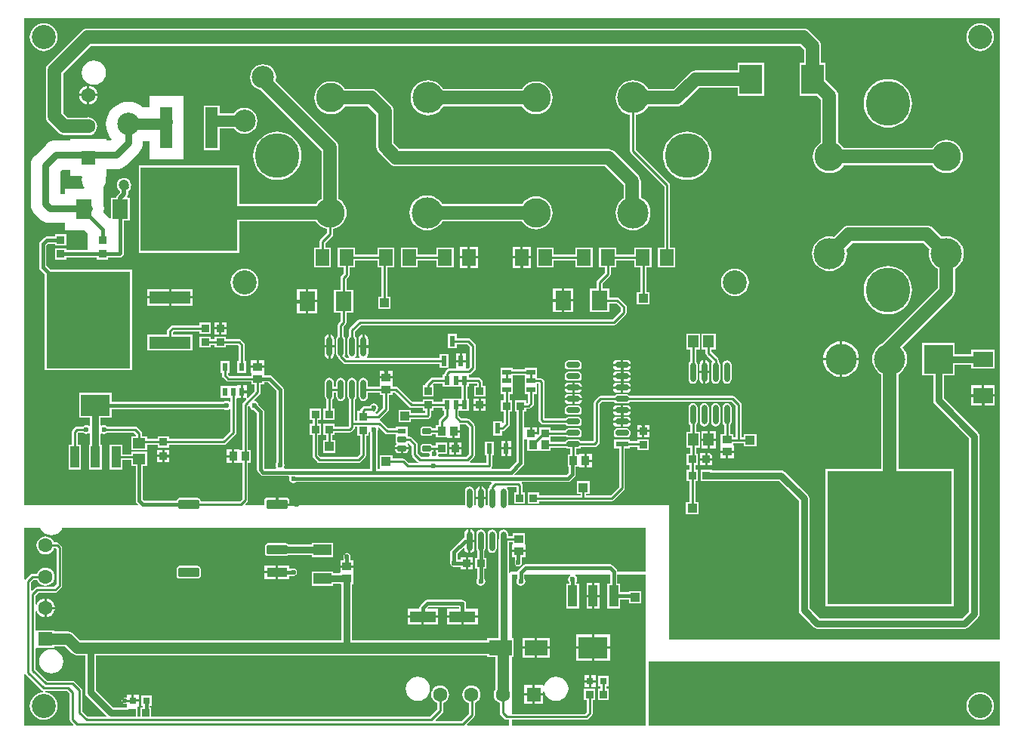
<source format=gtl>
G04*
G04 #@! TF.GenerationSoftware,Altium Limited,Altium Designer,18.1.6 (161)*
G04*
G04 Layer_Physical_Order=1*
G04 Layer_Color=255*
%FSLAX25Y25*%
%MOIN*%
G70*
G01*
G75*
%ADD11C,0.01000*%
%ADD15R,0.03347X0.03347*%
%ADD16R,0.02362X0.04528*%
%ADD17R,0.02362X0.03937*%
%ADD18R,0.03937X0.03543*%
%ADD19R,0.55118X0.59055*%
%ADD20R,0.03543X0.03937*%
%ADD21O,0.02362X0.08661*%
%ADD22R,0.05906X0.07284*%
%ADD23R,0.07000X0.08500*%
%ADD24R,0.09843X0.12992*%
%ADD25R,0.03347X0.03347*%
%ADD26R,0.03937X0.02362*%
%ADD27R,0.03150X0.03150*%
%ADD28R,0.12992X0.09449*%
%ADD29R,0.03937X0.09449*%
%ADD30R,0.11417X0.04921*%
%ADD31R,0.05512X0.04528*%
%ADD32R,0.09843X0.06693*%
%ADD33R,0.04528X0.05512*%
%ADD34R,0.37008X0.42520*%
%ADD35R,0.18110X0.05315*%
%ADD36R,0.03740X0.02362*%
G04:AMPARAMS|DCode=37|XSize=23.62mil|YSize=37.4mil|CornerRadius=2.95mil|HoleSize=0mil|Usage=FLASHONLY|Rotation=90.000|XOffset=0mil|YOffset=0mil|HoleType=Round|Shape=RoundedRectangle|*
%AMROUNDEDRECTD37*
21,1,0.02362,0.03150,0,0,90.0*
21,1,0.01772,0.03740,0,0,90.0*
1,1,0.00591,0.01575,0.00886*
1,1,0.00591,0.01575,-0.00886*
1,1,0.00591,-0.01575,-0.00886*
1,1,0.00591,-0.01575,0.00886*
%
%ADD37ROUNDEDRECTD37*%
%ADD38R,0.08500X0.07000*%
%ADD39R,0.42520X0.37008*%
%ADD40R,0.05315X0.18110*%
%ADD41R,0.02362X0.03740*%
G04:AMPARAMS|DCode=42|XSize=39.37mil|YSize=90.16mil|CornerRadius=3.94mil|HoleSize=0mil|Usage=FLASHONLY|Rotation=90.000|XOffset=0mil|YOffset=0mil|HoleType=Round|Shape=RoundedRectangle|*
%AMROUNDEDRECTD42*
21,1,0.03937,0.08228,0,0,90.0*
21,1,0.03150,0.09016,0,0,90.0*
1,1,0.00787,0.04114,0.01575*
1,1,0.00787,0.04114,-0.01575*
1,1,0.00787,-0.04114,-0.01575*
1,1,0.00787,-0.04114,0.01575*
%
%ADD42ROUNDEDRECTD42*%
%ADD43R,0.09016X0.03937*%
%ADD44R,0.05709X0.02362*%
G04:AMPARAMS|DCode=45|XSize=23.62mil|YSize=57.09mil|CornerRadius=5.91mil|HoleSize=0mil|Usage=FLASHONLY|Rotation=270.000|XOffset=0mil|YOffset=0mil|HoleType=Round|Shape=RoundedRectangle|*
%AMROUNDEDRECTD45*
21,1,0.02362,0.04528,0,0,270.0*
21,1,0.01181,0.05709,0,0,270.0*
1,1,0.01181,-0.02264,-0.00591*
1,1,0.01181,-0.02264,0.00591*
1,1,0.01181,0.02264,0.00591*
1,1,0.01181,0.02264,-0.00591*
%
%ADD45ROUNDEDRECTD45*%
%ADD46R,0.03937X0.03937*%
%ADD47R,0.07874X0.04724*%
%ADD91C,0.01500*%
%ADD92C,0.03000*%
%ADD93C,0.02000*%
%ADD94C,0.05000*%
%ADD95C,0.06000*%
%ADD96C,0.10630*%
%ADD97C,0.13780*%
%ADD98R,0.12992X0.12992*%
%ADD99R,0.06299X0.06299*%
%ADD100C,0.06299*%
%ADD101C,0.12992*%
%ADD102C,0.19685*%
%ADD103R,0.06299X0.06299*%
%ADD104C,0.02362*%
%ADD105C,0.09843*%
%ADD106C,0.04724*%
G36*
X431758Y39075D02*
X285917D01*
Y98425D01*
X214743D01*
Y104701D01*
X214591Y105469D01*
X214195Y106061D01*
X214262Y106316D01*
X214395Y106561D01*
X218569D01*
Y104035D01*
X217421D01*
Y99114D01*
X222342D01*
Y104035D01*
X221195D01*
Y107283D01*
X221095Y107786D01*
X220839Y108169D01*
X220901Y108432D01*
X220999Y108669D01*
X241142D01*
X241742Y108788D01*
X242250Y109128D01*
X244219Y111096D01*
X244558Y111605D01*
X244678Y112205D01*
Y115354D01*
X246244D01*
Y115142D01*
X248516D01*
Y118110D01*
Y121079D01*
X246244D01*
Y120866D01*
X244915D01*
Y123418D01*
X245866D01*
X246404Y123525D01*
X246860Y123829D01*
X247041Y124101D01*
X252972D01*
X253475Y124201D01*
X253901Y124485D01*
X254865Y125450D01*
X255150Y125876D01*
X255250Y126378D01*
Y143157D01*
X256193Y144101D01*
X261620D01*
X261802Y143829D01*
X262258Y143525D01*
X262795Y143418D01*
X267323D01*
X267861Y143525D01*
X268316Y143829D01*
X268498Y144101D01*
X313492D01*
X315223Y142370D01*
Y128478D01*
X314213D01*
Y129921D01*
X312769D01*
Y133746D01*
X312876Y133817D01*
X313311Y134468D01*
X313464Y135236D01*
Y141535D01*
X313311Y142304D01*
X312876Y142955D01*
X312225Y143390D01*
X311457Y143543D01*
X310689Y143390D01*
X310037Y142955D01*
X309602Y142304D01*
X309450Y141535D01*
Y135236D01*
X309602Y134468D01*
X310037Y133817D01*
X310144Y133746D01*
Y129921D01*
X308701D01*
Y124819D01*
X308488D01*
Y122547D01*
X311457D01*
X314425D01*
Y124819D01*
X314213D01*
Y125853D01*
X318898D01*
Y124409D01*
X324409D01*
Y129921D01*
X318898D01*
Y128478D01*
X317848D01*
Y142913D01*
X317748Y143416D01*
X317464Y143842D01*
X314964Y146342D01*
X314538Y146626D01*
X314035Y146726D01*
X268498D01*
X268316Y146997D01*
X267861Y147302D01*
X267323Y147409D01*
X262795D01*
X262258Y147302D01*
X261802Y146997D01*
X261620Y146726D01*
X255650D01*
X255147Y146626D01*
X254721Y146342D01*
X253009Y144629D01*
X252724Y144203D01*
X252624Y143701D01*
Y126922D01*
X252429Y126726D01*
X247041D01*
X246860Y126997D01*
X246404Y127302D01*
X245866Y127409D01*
X241339D01*
X240801Y127302D01*
X240345Y126997D01*
X240041Y126542D01*
X240034Y126509D01*
X233661D01*
Y127953D01*
X233563D01*
Y129002D01*
X240230D01*
X240345Y128829D01*
X240801Y128525D01*
X241339Y128418D01*
X245866D01*
X246404Y128525D01*
X246860Y128829D01*
X247164Y129285D01*
X247271Y129823D01*
Y131004D01*
X247164Y131542D01*
X246860Y131997D01*
X246404Y132302D01*
X245866Y132409D01*
X241339D01*
X240801Y132302D01*
X240345Y131997D01*
X240098Y131628D01*
X233563D01*
Y132776D01*
X228642D01*
Y130153D01*
X228135Y129647D01*
X227729Y129815D01*
X225000D01*
Y130315D01*
X224500D01*
Y132988D01*
X222327D01*
Y132988D01*
X221843Y133028D01*
Y139862D01*
X222736D01*
Y141010D01*
X223819D01*
X224321Y141110D01*
X224747Y141395D01*
X225849Y142497D01*
X226134Y142923D01*
X226234Y143425D01*
Y147638D01*
X227677D01*
Y152034D01*
X228215D01*
Y136221D01*
X228315Y135718D01*
X228599Y135292D01*
X229406Y134485D01*
X229832Y134201D01*
X230335Y134101D01*
X240164D01*
X240345Y133829D01*
X240801Y133525D01*
X241339Y133418D01*
X245866D01*
X246404Y133525D01*
X246860Y133829D01*
X247164Y134285D01*
X247271Y134823D01*
Y136004D01*
X247164Y136542D01*
X246860Y136997D01*
X246404Y137302D01*
X245866Y137409D01*
X241339D01*
X240801Y137302D01*
X240345Y136997D01*
X240164Y136726D01*
X230878D01*
X230840Y136764D01*
Y152756D01*
X230740Y153258D01*
X230456Y153684D01*
X229865Y154275D01*
X229439Y154559D01*
X228937Y154659D01*
X227677D01*
Y159055D01*
X222165D01*
Y158399D01*
X216929D01*
Y159055D01*
X211417D01*
Y155118D01*
Y151378D01*
Y147638D01*
X212861D01*
Y144783D01*
X211713D01*
Y139862D01*
X212861D01*
Y135061D01*
X212705Y134945D01*
X212205Y135197D01*
Y135433D01*
X208268D01*
Y129331D01*
X212205D01*
Y131069D01*
X212303D01*
X212806Y131169D01*
X213231Y131454D01*
X215101Y133324D01*
X215386Y133750D01*
X215486Y134252D01*
Y139862D01*
X216634D01*
Y144783D01*
X215486D01*
Y147638D01*
X216929D01*
Y151378D01*
Y155774D01*
X222165D01*
Y151378D01*
Y147638D01*
X223609D01*
Y143969D01*
X223275Y143635D01*
X222736D01*
Y144783D01*
X217815D01*
Y139862D01*
X218708D01*
Y117775D01*
X215493Y114560D01*
X207640D01*
X207502Y114851D01*
X207453Y115060D01*
X207709Y115443D01*
X207809Y115945D01*
Y120473D01*
X208465D01*
Y126575D01*
X204528D01*
Y120473D01*
X205183D01*
Y117257D01*
X198152D01*
X198052Y117401D01*
X197960Y117757D01*
X199747Y119544D01*
X200032Y119970D01*
X200132Y120472D01*
Y133465D01*
X200032Y133967D01*
X199747Y134393D01*
X197779Y136361D01*
X197353Y136646D01*
X196850Y136746D01*
X194245D01*
X193045Y137945D01*
Y140039D01*
X197441D01*
Y145551D01*
X196785D01*
Y150787D01*
X197441D01*
Y152231D01*
X201031D01*
X201050Y152212D01*
Y151279D01*
X199902D01*
Y146358D01*
X204823D01*
Y151279D01*
X203675D01*
Y152756D01*
X203575Y153258D01*
X203290Y153684D01*
X202503Y154472D01*
X202077Y154756D01*
X201575Y154856D01*
X197441D01*
Y156168D01*
X197638D01*
X198140Y156268D01*
X198566Y156552D01*
X200141Y158127D01*
X200425Y158553D01*
X200525Y159055D01*
Y168898D01*
X200425Y169400D01*
X200141Y169826D01*
X198074Y171893D01*
X197648Y172177D01*
X197146Y172277D01*
X192126D01*
Y174016D01*
X188189D01*
Y167913D01*
X192126D01*
Y169652D01*
X196602D01*
X197900Y168354D01*
Y159599D01*
X197094Y158793D01*
X196558D01*
X196079Y158843D01*
X196079Y159293D01*
Y161606D01*
X193898D01*
X191717D01*
X191717Y158843D01*
X191237Y158793D01*
X189181D01*
X188716Y158801D01*
X188716Y158801D01*
D01*
X188386Y159185D01*
X188386Y159443D01*
Y165157D01*
X184449D01*
Y163419D01*
X152806D01*
X152609Y163919D01*
X152999Y164503D01*
X153169Y165354D01*
Y168004D01*
X148721D01*
Y165354D01*
X148890Y164503D01*
X149281Y163919D01*
X149084Y163419D01*
X147492D01*
X147340Y163919D01*
X147364Y163935D01*
X147799Y164586D01*
X147952Y165354D01*
Y171653D01*
X147799Y172422D01*
X147364Y173073D01*
X147257Y173144D01*
Y175322D01*
X149937Y178002D01*
X261598D01*
X262101Y178102D01*
X262527Y178387D01*
X266676Y182536D01*
X266961Y182962D01*
X267061Y183465D01*
Y186221D01*
X266961Y186723D01*
X266676Y187149D01*
X263920Y189905D01*
X263494Y190189D01*
X262992Y190289D01*
X259405D01*
Y194014D01*
X256431D01*
Y196307D01*
X259688Y199564D01*
X259973Y199990D01*
X260072Y200492D01*
Y203445D01*
X262500D01*
Y206561D01*
X270571D01*
Y203445D01*
X273097D01*
Y192520D01*
X271654D01*
Y187008D01*
X277165D01*
Y192520D01*
X275722D01*
Y203445D01*
X278051D01*
Y212303D01*
X270571D01*
Y209187D01*
X262500D01*
Y212303D01*
X255020D01*
Y203445D01*
X257447D01*
Y201036D01*
X254190Y197778D01*
X253905Y197353D01*
X253805Y196850D01*
Y194014D01*
X250831D01*
Y183939D01*
X259405D01*
Y187664D01*
X262448D01*
X264435Y185677D01*
Y184008D01*
X261055Y180628D01*
X149394D01*
X148891Y180528D01*
X148466Y180243D01*
X145017Y176794D01*
X144732Y176368D01*
X144632Y175866D01*
Y173144D01*
X144526Y173073D01*
X144091Y172422D01*
X143938Y171653D01*
Y165354D01*
X144091Y164586D01*
X144526Y163935D01*
X144550Y163919D01*
X144398Y163419D01*
X143555D01*
X142634Y164340D01*
X142799Y164586D01*
X142952Y165354D01*
Y171653D01*
X142799Y172422D01*
X142364Y173073D01*
X142257Y173144D01*
Y177409D01*
X143054Y178206D01*
X143339Y178631D01*
X143439Y179134D01*
Y183545D01*
X146413D01*
Y193620D01*
X143439D01*
Y198275D01*
X144334Y199170D01*
X144618Y199596D01*
X144718Y200098D01*
Y203445D01*
X147146D01*
Y206561D01*
X157087D01*
Y203445D01*
X158924D01*
Y190551D01*
X157480D01*
Y185039D01*
X162992D01*
Y190551D01*
X161549D01*
Y203445D01*
X164567D01*
Y212303D01*
X157087D01*
Y209187D01*
X147146D01*
Y212303D01*
X139665D01*
Y203445D01*
X142093D01*
Y200642D01*
X141198Y199747D01*
X140913Y199321D01*
X140813Y198819D01*
Y193620D01*
X137839D01*
Y183545D01*
X140813D01*
Y179677D01*
X140017Y178881D01*
X139732Y178455D01*
X139632Y177953D01*
Y173144D01*
X139526Y173073D01*
X139091Y172422D01*
X138938Y171653D01*
Y165354D01*
X139091Y164586D01*
X139526Y163935D01*
X139703Y163816D01*
X139732Y163671D01*
X140017Y163245D01*
X142084Y161178D01*
X142509Y160894D01*
X143012Y160794D01*
X184449D01*
Y159055D01*
X187940D01*
X187942Y159055D01*
X187942Y159055D01*
X188116Y159055D01*
X188268Y158555D01*
X188048Y158408D01*
X187064Y157424D01*
X186779Y156998D01*
X186679Y156496D01*
Y156299D01*
X186024D01*
Y154856D01*
X181496D01*
X180994Y154756D01*
X180568Y154472D01*
X178599Y152503D01*
X178315Y152077D01*
X178215Y151575D01*
Y151358D01*
X177067D01*
Y146437D01*
X181988D01*
Y151358D01*
X181821D01*
X181629Y151820D01*
X182040Y152231D01*
X186024D01*
Y150787D01*
X194160D01*
Y145551D01*
X186024D01*
Y144108D01*
X181988D01*
Y145256D01*
X177067D01*
Y144108D01*
X172709D01*
X166282Y150534D01*
X165857Y150819D01*
X165354Y150919D01*
X163779D01*
Y152150D01*
X163992D01*
Y154421D01*
X158055D01*
Y152150D01*
X158268D01*
Y150919D01*
X152952D01*
Y152756D01*
X152799Y153524D01*
X152364Y154175D01*
X151713Y154610D01*
X150945Y154763D01*
X150177Y154610D01*
X149526Y154175D01*
X149091Y153524D01*
X148938Y152756D01*
Y146457D01*
X149091Y145689D01*
X149526Y145037D01*
X150177Y144602D01*
X150945Y144450D01*
X151713Y144602D01*
X152364Y145037D01*
X152799Y145689D01*
X152952Y146457D01*
Y148294D01*
X158268D01*
Y147047D01*
X159711D01*
Y141489D01*
X157133Y138911D01*
X156697D01*
X156270Y139411D01*
X156280Y139484D01*
X156931Y139919D01*
X157366Y140570D01*
X157519Y141339D01*
X157366Y142107D01*
X156931Y142758D01*
X156280Y143193D01*
X155512Y143346D01*
X154744Y143193D01*
X154093Y142758D01*
X153758Y142257D01*
X151575D01*
X151073Y142158D01*
X150647Y141873D01*
X149859Y141086D01*
X149575Y140660D01*
X149475Y140157D01*
Y140059D01*
X148327D01*
Y135958D01*
X147257D01*
Y144966D01*
X147364Y145037D01*
X147799Y145689D01*
X147952Y146457D01*
Y152756D01*
X147799Y153524D01*
X147364Y154175D01*
X146713Y154610D01*
X145945Y154763D01*
X145177Y154610D01*
X144526Y154175D01*
X144091Y153524D01*
X143938Y152756D01*
Y146457D01*
X144091Y145689D01*
X144526Y145037D01*
X144632Y144966D01*
Y134646D01*
Y133496D01*
X144338Y133202D01*
X138287D01*
Y134350D01*
X133366D01*
Y129429D01*
X134514D01*
Y127165D01*
X133071D01*
Y121653D01*
X138583D01*
Y127165D01*
X137139D01*
Y129429D01*
X138287D01*
Y130577D01*
X144882D01*
X145384Y130677D01*
X145810Y130962D01*
X146873Y132025D01*
X147158Y132450D01*
X147257Y132953D01*
Y133333D01*
X148327D01*
Y129035D01*
X149475D01*
Y121016D01*
X148275Y119817D01*
X132040D01*
X131037Y120819D01*
Y129429D01*
X132185D01*
Y134350D01*
X131037D01*
Y136122D01*
X132185D01*
Y141043D01*
X127264D01*
Y136122D01*
X128412D01*
Y134350D01*
X127264D01*
Y129429D01*
X128412D01*
Y120276D01*
X128512Y119773D01*
X128796Y119347D01*
X130568Y117576D01*
X130994Y117291D01*
X131496Y117191D01*
X148819D01*
X149321Y117291D01*
X149747Y117576D01*
X151716Y119544D01*
X152000Y119970D01*
X152100Y120472D01*
Y129035D01*
X153248D01*
Y130512D01*
X153748Y130731D01*
X153944Y130550D01*
Y114560D01*
X116085D01*
X115818Y115060D01*
X116027Y115374D01*
X116180Y116142D01*
X116027Y116910D01*
X115741Y117339D01*
Y149606D01*
X115621Y150206D01*
X115282Y150715D01*
X110557Y155439D01*
X110049Y155779D01*
X109449Y155898D01*
X107087D01*
Y156874D01*
X107299D01*
Y159146D01*
X104331D01*
X101362D01*
Y156874D01*
X101575D01*
Y155643D01*
X91882D01*
X91234Y156291D01*
X91346Y156791D01*
X91811D01*
Y162106D01*
X87874D01*
Y156791D01*
X88530D01*
Y155827D01*
X88630Y155324D01*
X88914Y154899D01*
X90410Y153402D01*
X90836Y153118D01*
X91339Y153018D01*
X101575D01*
Y151772D01*
X103018D01*
Y148969D01*
X100004Y145955D01*
X99504Y146162D01*
Y148122D01*
X97823D01*
Y145752D01*
X99094D01*
X99301Y145252D01*
X97792Y143743D01*
X97508Y143317D01*
X97408Y142815D01*
Y122835D01*
X96177D01*
Y123047D01*
X93906D01*
Y120079D01*
Y117110D01*
X96177D01*
Y117323D01*
X97408D01*
Y101233D01*
X96385Y100210D01*
X79098D01*
Y100472D01*
X79006Y100933D01*
X78745Y101324D01*
X78355Y101585D01*
X77894Y101677D01*
X69665D01*
X69204Y101585D01*
X68814Y101324D01*
X68553Y100933D01*
X68461Y100472D01*
Y100465D01*
X54311D01*
X53536Y101240D01*
Y115945D01*
X55512D01*
Y122047D01*
X48425D01*
Y120998D01*
X44488D01*
Y125197D01*
X38976D01*
Y114173D01*
X44488D01*
Y118372D01*
X48425D01*
Y115945D01*
X50401D01*
Y100591D01*
X50520Y99991D01*
X50860Y99482D01*
X51455Y98887D01*
X51264Y98425D01*
X1313D01*
Y313648D01*
X431758D01*
X431758Y39075D01*
D02*
G37*
G36*
X171237Y141867D02*
X171663Y141583D01*
X172165Y141483D01*
X177067D01*
Y140335D01*
X178215D01*
Y139108D01*
X172047D01*
Y140551D01*
X166535D01*
Y135039D01*
X172047D01*
Y136483D01*
X179134D01*
X179636Y136583D01*
X180062Y136867D01*
X180456Y137261D01*
X180740Y137687D01*
X180840Y138189D01*
Y140335D01*
X181988D01*
Y141483D01*
X186024D01*
Y140039D01*
X186679D01*
Y138536D01*
X184505Y136361D01*
X184220Y135935D01*
X184121Y135433D01*
Y133858D01*
X182874D01*
Y132415D01*
X181332D01*
X181096Y132769D01*
X180737Y133008D01*
X180315Y133092D01*
X177165D01*
X176743Y133008D01*
X176385Y132769D01*
X176146Y132411D01*
X176061Y131988D01*
Y130217D01*
X176146Y129794D01*
X176385Y129436D01*
X176743Y129197D01*
X177165Y129113D01*
X180315D01*
X180737Y129197D01*
X181096Y129436D01*
X181332Y129790D01*
X182874D01*
Y128347D01*
X187976D01*
Y128134D01*
X190248D01*
Y131102D01*
X190748D01*
Y131602D01*
X193520D01*
Y133647D01*
X193688Y134088D01*
X193999Y134121D01*
X196307D01*
X197506Y132921D01*
Y121016D01*
X196397Y119907D01*
X184237D01*
X183963Y120407D01*
X184094Y121063D01*
X184175Y121161D01*
X187894D01*
Y126083D01*
X182972D01*
Y124935D01*
X181332D01*
X181096Y125288D01*
X180737Y125528D01*
X180315Y125612D01*
X177165D01*
X176743Y125528D01*
X176385Y125288D01*
X176146Y124930D01*
X176061Y124508D01*
Y122736D01*
X176146Y122314D01*
X176385Y121956D01*
X176743Y121716D01*
X177165Y121632D01*
X179799D01*
X180116Y121246D01*
X180079Y121063D01*
X180210Y120407D01*
X179936Y119907D01*
X176437D01*
X174935Y121410D01*
Y125197D01*
X174835Y125699D01*
X174550Y126125D01*
X172385Y128290D01*
X171959Y128575D01*
X171457Y128675D01*
X170670D01*
X170571Y129134D01*
X170571Y129134D01*
X170571Y129134D01*
Y133071D01*
X165256D01*
Y132415D01*
X161961D01*
X158810Y135566D01*
X158384Y135851D01*
X158218Y135884D01*
X158185Y136318D01*
X158197Y136398D01*
X158605Y136670D01*
X161952Y140017D01*
X162236Y140443D01*
X162336Y140945D01*
Y147047D01*
X163779D01*
Y148294D01*
X164811D01*
X171237Y141867D01*
D02*
G37*
G36*
X160489Y130174D02*
X160915Y129890D01*
X161417Y129790D01*
X165256D01*
Y129134D01*
X165256Y129134D01*
X165256D01*
X165310Y128656D01*
X165311Y128634D01*
X165235Y128248D01*
Y126476D01*
X165319Y126054D01*
X165350Y126007D01*
X165405Y125442D01*
X165119Y125013D01*
X165018Y124508D01*
Y124122D01*
X167913D01*
X170809D01*
Y124508D01*
X170708Y125013D01*
X170422Y125442D01*
X170473Y125966D01*
X170966Y125997D01*
X172309Y124653D01*
Y120866D01*
X172409Y120364D01*
X172694Y119938D01*
X174966Y117666D01*
X175124Y117561D01*
X174972Y117060D01*
X171016D01*
X169432Y118645D01*
X169006Y118929D01*
X168504Y119029D01*
X163779D01*
Y120472D01*
X158268D01*
Y114961D01*
X158029Y114560D01*
X157079D01*
Y130693D01*
X157366Y131122D01*
X157519Y131890D01*
X157383Y132573D01*
X157603Y132774D01*
X157795Y132868D01*
X160489Y130174D01*
D02*
G37*
G36*
X112606Y148957D02*
Y117339D01*
X112319Y116910D01*
X112166Y116142D01*
X112319Y115374D01*
X112529Y115060D01*
X112261Y114560D01*
X107342D01*
X107079Y114822D01*
Y139764D01*
X106960Y140364D01*
X106620Y140872D01*
X104711Y142781D01*
X104610Y143288D01*
X104175Y143939D01*
X103524Y144374D01*
X102956Y144487D01*
X102761Y144999D01*
X105259Y147497D01*
X105543Y147923D01*
X105643Y148425D01*
Y151772D01*
X107087D01*
Y152763D01*
X108800D01*
X112606Y148957D01*
D02*
G37*
G36*
X223228Y122441D02*
X228043D01*
X228346Y122441D01*
Y122441D01*
X228543D01*
Y122441D01*
X233661D01*
Y123884D01*
X240308D01*
X240345Y123829D01*
X240801Y123525D01*
X241339Y123418D01*
X242290D01*
Y120866D01*
X241142D01*
Y115354D01*
X241543D01*
Y112854D01*
X240493Y111804D01*
X217877D01*
X217670Y112304D01*
X221384Y116018D01*
X221724Y116526D01*
X221843Y117126D01*
Y127602D01*
X222327Y127642D01*
Y127642D01*
X223228D01*
Y122441D01*
D02*
G37*
G36*
X100823Y142146D02*
X100902Y141752D01*
X101337Y141101D01*
X101988Y140665D01*
X102494Y140565D01*
X103944Y139114D01*
Y114173D01*
X104064Y113573D01*
X104403Y113065D01*
X105585Y111884D01*
X106093Y111544D01*
X106693Y111425D01*
X117970D01*
X118209Y110925D01*
X118072Y110236D01*
X118225Y109468D01*
X118659Y108817D01*
X119311Y108382D01*
X120079Y108229D01*
X120847Y108382D01*
X121276Y108669D01*
X207340D01*
X207531Y108207D01*
X206808Y107483D01*
X206523Y107057D01*
X206424Y106555D01*
Y106191D01*
X206317Y106120D01*
X205882Y105469D01*
X205729Y104701D01*
Y98425D01*
X204960D01*
Y101051D01*
X200512D01*
Y98425D01*
X199743D01*
Y104701D01*
X199591Y105469D01*
X199155Y106120D01*
X198504Y106555D01*
X197736Y106708D01*
X196968Y106555D01*
X196317Y106120D01*
X195882Y105469D01*
X195729Y104701D01*
Y98425D01*
X118330Y98425D01*
Y100472D01*
X118222Y101016D01*
X117914Y101477D01*
X117453Y101785D01*
X116909Y101893D01*
X113295D01*
Y98898D01*
X112295D01*
Y101893D01*
X108681D01*
X108137Y101785D01*
X107676Y101477D01*
X107368Y101016D01*
X107260Y100472D01*
Y98425D01*
X98966D01*
X98775Y98887D01*
X99649Y99761D01*
X99933Y100187D01*
X100033Y100689D01*
Y117323D01*
X101279D01*
Y122835D01*
X100033D01*
Y142110D01*
X100321Y142335D01*
X100823Y142146D01*
D02*
G37*
G36*
X275590Y69118D02*
X275590Y69118D01*
X262985D01*
Y69291D01*
X262865Y69891D01*
X262526Y70400D01*
X260951Y71974D01*
X260442Y72314D01*
X259842Y72434D01*
X222441D01*
X221841Y72314D01*
X221333Y71974D01*
X219344Y69986D01*
X219005Y69478D01*
X218885Y69118D01*
X216535D01*
X216075Y69026D01*
X215684Y68765D01*
X215568Y68592D01*
X215068Y68744D01*
Y82250D01*
X216732D01*
Y81020D01*
X216520D01*
Y78748D01*
X222457D01*
Y81020D01*
X222244D01*
Y86122D01*
X216732D01*
Y84876D01*
X214743D01*
Y85803D01*
X214591Y86571D01*
X214155Y87222D01*
X213504Y87657D01*
X212736Y87810D01*
X211968Y87657D01*
X211317Y87222D01*
X210882Y86571D01*
X210729Y85803D01*
Y83767D01*
X210581Y83546D01*
X210404Y82653D01*
Y39764D01*
X205709D01*
Y38946D01*
X146033D01*
Y63583D01*
X146457D01*
Y68685D01*
X146669D01*
Y70957D01*
X140732D01*
Y68685D01*
X140320Y68474D01*
X137598D01*
Y69291D01*
X128150D01*
Y62992D01*
X137598D01*
Y63810D01*
X140945D01*
Y63583D01*
X141369D01*
Y38946D01*
X25783D01*
X23014Y41715D01*
X22327Y42242D01*
X21528Y42573D01*
X20669Y42686D01*
X14567D01*
Y43307D01*
X6693D01*
Y43307D01*
X6234Y43406D01*
Y51613D01*
X6734Y51712D01*
X7005Y51057D01*
X7670Y50190D01*
X8537Y49525D01*
X9547Y49107D01*
X10130Y49030D01*
Y53150D01*
Y57269D01*
X9547Y57192D01*
X8537Y56774D01*
X7670Y56109D01*
X7005Y55242D01*
X6734Y54587D01*
X6234Y54687D01*
Y58511D01*
X7434Y59711D01*
X14764D01*
X15266Y59811D01*
X15692Y60096D01*
X17660Y62064D01*
X17945Y62490D01*
X18045Y62992D01*
Y79724D01*
X17945Y80227D01*
X17660Y80653D01*
X16676Y81637D01*
X16250Y81921D01*
X15748Y82021D01*
X14348D01*
X14069Y82694D01*
X13438Y83517D01*
X12615Y84148D01*
X11658Y84544D01*
X10630Y84680D01*
X9602Y84544D01*
X8644Y84148D01*
X7822Y83517D01*
X7191Y82694D01*
X6794Y81736D01*
X6659Y80709D01*
X6794Y79681D01*
X7191Y78723D01*
X7822Y77901D01*
X8644Y77270D01*
X9602Y76873D01*
X10630Y76738D01*
X11658Y76873D01*
X12615Y77270D01*
X13438Y77901D01*
X14069Y78723D01*
X14348Y79396D01*
X15204D01*
X15420Y79181D01*
Y63536D01*
X14220Y62336D01*
X6890D01*
X6387Y62236D01*
X5962Y61952D01*
X4727Y60717D01*
X4265Y60909D01*
Y64417D01*
X5465Y65617D01*
X6912D01*
X7191Y64944D01*
X7822Y64121D01*
X8644Y63490D01*
X9602Y63094D01*
X10630Y62958D01*
X11658Y63094D01*
X12615Y63490D01*
X13438Y64121D01*
X14069Y64944D01*
X14466Y65901D01*
X14601Y66929D01*
X14466Y67957D01*
X14069Y68915D01*
X13438Y69737D01*
X12615Y70368D01*
X11658Y70765D01*
X10630Y70900D01*
X9602Y70765D01*
X8644Y70368D01*
X7822Y69737D01*
X7191Y68915D01*
X6912Y68242D01*
X4921D01*
X4419Y68142D01*
X3993Y67857D01*
X2025Y65889D01*
X1813Y65572D01*
X1313Y65682D01*
Y88583D01*
X8173D01*
X8468Y87871D01*
X9320Y86760D01*
X10430Y85909D01*
X11723Y85373D01*
X13110Y85190D01*
X14498Y85373D01*
X15791Y85909D01*
X16901Y86760D01*
X17753Y87871D01*
X18048Y88583D01*
X275591Y88583D01*
X275590Y69118D01*
D02*
G37*
G36*
Y1313D02*
X216535D01*
Y3707D01*
X249311D01*
X249813Y3807D01*
X250239Y4092D01*
X251716Y5568D01*
X252000Y5994D01*
X252100Y6496D01*
Y12500D01*
X253248D01*
Y17421D01*
X248327D01*
Y12500D01*
X249475D01*
Y7040D01*
X248767Y6332D01*
X216535D01*
X216535Y31496D01*
X217126D01*
Y39764D01*
X216535D01*
X216535Y67913D01*
X218885D01*
Y66178D01*
X218599Y65748D01*
X218446Y64980D01*
X218599Y64212D01*
X219034Y63561D01*
X219685Y63126D01*
X220453Y62973D01*
X221221Y63126D01*
X221872Y63561D01*
X222307Y64212D01*
X222460Y64980D01*
X222307Y65748D01*
X222020Y66178D01*
Y67913D01*
X242105D01*
X242256Y67413D01*
X241888Y67167D01*
X241453Y66516D01*
X241300Y65748D01*
X241453Y64980D01*
X241740Y64551D01*
Y63976D01*
X240551D01*
Y52953D01*
X246063D01*
Y63976D01*
X244875D01*
Y64551D01*
X245161Y64980D01*
X245314Y65748D01*
X245161Y66516D01*
X244726Y67167D01*
X244358Y67413D01*
X244510Y67913D01*
X259850D01*
Y63976D01*
X258661D01*
Y52953D01*
X264173D01*
Y56897D01*
X268110D01*
Y55118D01*
X273622D01*
Y60630D01*
X268110D01*
Y60032D01*
X264173D01*
Y63976D01*
X262985D01*
Y67913D01*
X275590D01*
X275590Y1313D01*
D02*
G37*
G36*
X22065Y33285D02*
X22752Y32758D01*
X23551Y32427D01*
X24409Y32314D01*
X28180D01*
Y15748D01*
X28357Y14855D01*
X28863Y14099D01*
X37455Y5507D01*
X37263Y5045D01*
X29292D01*
X26903Y7434D01*
Y16732D01*
X26803Y17235D01*
X26519Y17661D01*
X23566Y20613D01*
X23140Y20898D01*
X22638Y20998D01*
X11371D01*
X6234Y26134D01*
Y35334D01*
X6693Y35433D01*
Y35433D01*
X14567D01*
Y36054D01*
X19296D01*
X22065Y33285D01*
D02*
G37*
G36*
X431758Y1313D02*
X276795D01*
X276795Y29528D01*
X431758Y29528D01*
Y1313D01*
D02*
G37*
G36*
X205709Y31496D02*
X209086D01*
Y17107D01*
X208963Y16946D01*
X208566Y15988D01*
X208431Y14961D01*
X208566Y13933D01*
X208963Y12975D01*
X209594Y12153D01*
X210416Y11522D01*
X211089Y11243D01*
Y6791D01*
X211189Y6289D01*
X211473Y5863D01*
X213245Y4092D01*
X213671Y3807D01*
X214173Y3707D01*
X215331D01*
Y1313D01*
X196736D01*
X196544Y1775D01*
X199747Y4977D01*
X200032Y5403D01*
X200132Y5906D01*
Y11325D01*
X200607Y11522D01*
X201430Y12153D01*
X202061Y12975D01*
X202458Y13933D01*
X202593Y14961D01*
X202458Y15988D01*
X202061Y16946D01*
X201430Y17768D01*
X200607Y18400D01*
X199650Y18796D01*
X198622Y18932D01*
X197594Y18796D01*
X196637Y18400D01*
X195814Y17768D01*
X195183Y16946D01*
X194786Y15988D01*
X194651Y14961D01*
X194786Y13933D01*
X195183Y12975D01*
X195814Y12153D01*
X196637Y11522D01*
X197506Y11161D01*
Y6449D01*
X194315Y3258D01*
X182932D01*
X182741Y3719D01*
X185771Y6749D01*
X186055Y7175D01*
X186155Y7677D01*
Y11243D01*
X186828Y11522D01*
X187650Y12153D01*
X188282Y12975D01*
X188678Y13933D01*
X188813Y14961D01*
X188678Y15988D01*
X188282Y16946D01*
X187650Y17768D01*
X186828Y18400D01*
X185870Y18796D01*
X184843Y18932D01*
X183815Y18796D01*
X182857Y18400D01*
X182035Y17768D01*
X181404Y16946D01*
X181007Y15988D01*
X180872Y14961D01*
X181007Y13933D01*
X181404Y12975D01*
X182035Y12153D01*
X182857Y11522D01*
X183530Y11243D01*
Y8221D01*
X180354Y5045D01*
X57382D01*
Y9154D01*
X56686D01*
Y9843D01*
X57480D01*
Y14567D01*
X52756D01*
Y9843D01*
X53551D01*
Y9154D01*
X52461D01*
Y5045D01*
X51279D01*
Y9130D01*
X51279Y9154D01*
X51336Y9630D01*
X51787D01*
Y11705D01*
X49213D01*
Y12205D01*
X48713D01*
Y14780D01*
X46638D01*
Y13517D01*
X45669D01*
X45167Y13417D01*
X44741Y13133D01*
X44457Y12707D01*
X44357Y12205D01*
X44457Y11702D01*
X44741Y11277D01*
X45167Y10992D01*
X45669Y10892D01*
X46638D01*
Y9653D01*
X46638Y9630D01*
X46581Y9154D01*
X46358D01*
Y9025D01*
X40533D01*
X32844Y16714D01*
Y32314D01*
X205709D01*
Y31496D01*
D02*
G37*
G36*
X2025Y23678D02*
X8914Y16788D01*
X9340Y16504D01*
X9597Y16453D01*
X9573Y15948D01*
X8646Y15857D01*
X7496Y15508D01*
X6436Y14941D01*
X5507Y14178D01*
X4744Y13249D01*
X4177Y12189D01*
X3828Y11039D01*
X3711Y9843D01*
X3828Y8646D01*
X4177Y7496D01*
X4744Y6436D01*
X5507Y5507D01*
X6436Y4744D01*
X7496Y4177D01*
X8646Y3828D01*
X9843Y3711D01*
X11039Y3828D01*
X12189Y4177D01*
X13249Y4744D01*
X14178Y5507D01*
X14941Y6436D01*
X15508Y7496D01*
X15857Y8646D01*
X15974Y9843D01*
X15857Y11039D01*
X15508Y12189D01*
X14941Y13249D01*
X14178Y14178D01*
X13249Y14941D01*
X12189Y15508D01*
X11039Y15857D01*
X10558Y15904D01*
X10583Y16404D01*
X20126D01*
X21325Y15204D01*
Y3937D01*
X21425Y3435D01*
X21710Y3009D01*
X22944Y1775D01*
X22753Y1313D01*
X1344D01*
Y23797D01*
X1844Y23948D01*
X2025Y23678D01*
D02*
G37*
%LPC*%
G36*
X423228Y311250D02*
X422032Y311132D01*
X420882Y310783D01*
X419822Y310217D01*
X418892Y309454D01*
X418130Y308525D01*
X417563Y307465D01*
X417214Y306314D01*
X417097Y305118D01*
X417214Y303922D01*
X417563Y302771D01*
X418130Y301711D01*
X418892Y300782D01*
X419822Y300020D01*
X420882Y299453D01*
X422032Y299104D01*
X423228Y298986D01*
X424425Y299104D01*
X425575Y299453D01*
X426635Y300020D01*
X427564Y300782D01*
X428327Y301711D01*
X428894Y302771D01*
X429242Y303922D01*
X429360Y305118D01*
X429242Y306314D01*
X428894Y307465D01*
X428327Y308525D01*
X427564Y309454D01*
X426635Y310217D01*
X425575Y310783D01*
X424425Y311132D01*
X423228Y311250D01*
D02*
G37*
G36*
X9843D02*
X8646Y311132D01*
X7496Y310783D01*
X6436Y310217D01*
X5507Y309454D01*
X4744Y308525D01*
X4177Y307465D01*
X3828Y306314D01*
X3711Y305118D01*
X3828Y303922D01*
X4177Y302771D01*
X4744Y301711D01*
X5507Y300782D01*
X6436Y300020D01*
X7496Y299453D01*
X8646Y299104D01*
X9843Y298986D01*
X11039Y299104D01*
X12189Y299453D01*
X13249Y300020D01*
X14178Y300782D01*
X14941Y301711D01*
X15508Y302771D01*
X15857Y303922D01*
X15974Y305118D01*
X15857Y306314D01*
X15508Y307465D01*
X14941Y308525D01*
X14178Y309454D01*
X13249Y310217D01*
X12189Y310783D01*
X11039Y311132D01*
X9843Y311250D01*
D02*
G37*
G36*
X32008Y294731D02*
X30620Y294548D01*
X29327Y294013D01*
X28217Y293161D01*
X27365Y292051D01*
X26830Y290757D01*
X26647Y289370D01*
X26830Y287983D01*
X27365Y286690D01*
X28217Y285579D01*
X29327Y284728D01*
X30620Y284192D01*
X32008Y284009D01*
X33395Y284192D01*
X34688Y284728D01*
X35798Y285579D01*
X36650Y286690D01*
X37186Y287983D01*
X37369Y289370D01*
X37186Y290757D01*
X36650Y292051D01*
X35798Y293161D01*
X34688Y294013D01*
X33395Y294548D01*
X32008Y294731D01*
D02*
G37*
G36*
X327756Y293898D02*
X316339D01*
Y290434D01*
X297638D01*
X296649Y290304D01*
X295728Y289922D01*
X294937Y289315D01*
X287788Y282167D01*
X276663D01*
X276414Y282632D01*
X275455Y283801D01*
X274286Y284761D01*
X272952Y285473D01*
X271505Y285912D01*
X270000Y286061D01*
X268495Y285912D01*
X267048Y285473D01*
X265714Y284761D01*
X264545Y283801D01*
X263586Y282632D01*
X262873Y281299D01*
X262434Y279852D01*
X262286Y278346D01*
X262434Y276841D01*
X262873Y275394D01*
X263586Y274061D01*
X264545Y272892D01*
X265714Y271932D01*
X267048Y271219D01*
X268495Y270780D01*
X268687Y270761D01*
Y254803D01*
X268787Y254301D01*
X269072Y253875D01*
X283727Y239220D01*
Y212303D01*
X281004D01*
Y203445D01*
X288484D01*
Y212303D01*
X286352D01*
Y239764D01*
X286252Y240266D01*
X285967Y240692D01*
X271313Y255347D01*
Y270761D01*
X271505Y270780D01*
X272952Y271219D01*
X274286Y271932D01*
X275455Y272892D01*
X276414Y274061D01*
X276663Y274526D01*
X289370D01*
X289864Y274591D01*
X290359Y274657D01*
X291280Y275038D01*
X292071Y275645D01*
X299220Y282794D01*
X316339D01*
Y279331D01*
X327756D01*
Y293898D01*
D02*
G37*
G36*
X30028Y283647D02*
Y280028D01*
X33647D01*
X33570Y280611D01*
X33152Y281620D01*
X32487Y282487D01*
X31620Y283152D01*
X30611Y283570D01*
X30028Y283647D01*
D02*
G37*
G36*
X29028Y283647D02*
X28444Y283570D01*
X27435Y283152D01*
X26568Y282487D01*
X25903Y281620D01*
X25485Y280611D01*
X25408Y280028D01*
X29028D01*
Y283647D01*
D02*
G37*
G36*
Y279028D02*
X25408D01*
X25485Y278444D01*
X25903Y277435D01*
X26568Y276568D01*
X27435Y275903D01*
X28444Y275485D01*
X29028Y275408D01*
Y279028D01*
D02*
G37*
G36*
X33647D02*
X30028D01*
Y275408D01*
X30611Y275485D01*
X31620Y275903D01*
X32487Y276568D01*
X33152Y277435D01*
X33570Y278444D01*
X33647Y279028D01*
D02*
G37*
G36*
X71595Y279134D02*
X56437D01*
Y274189D01*
X53672D01*
X52739Y274956D01*
X51029Y275870D01*
X49174Y276432D01*
X47244Y276622D01*
X45315Y276432D01*
X43459Y275870D01*
X41749Y274956D01*
X40251Y273726D01*
X39021Y272227D01*
X38107Y270517D01*
X37544Y268662D01*
X37354Y266732D01*
X37544Y264803D01*
X38107Y262948D01*
X39021Y261238D01*
X39775Y260318D01*
X39060Y259602D01*
X37598D01*
Y260039D01*
X21457D01*
Y259527D01*
X15280D01*
X15280Y259527D01*
X14021Y259403D01*
X12810Y259036D01*
X11695Y258440D01*
X10717Y257637D01*
X10717Y257637D01*
X6067Y252988D01*
X5265Y252010D01*
X4669Y250894D01*
X4302Y249684D01*
X4178Y248425D01*
X4178Y248425D01*
Y231496D01*
X4178Y231496D01*
X4302Y230237D01*
X4669Y229027D01*
X5265Y227911D01*
X6067Y226934D01*
X8036Y224965D01*
X8036Y224965D01*
X9014Y224163D01*
X10129Y223566D01*
X11340Y223199D01*
X12598Y223075D01*
X19279D01*
Y219963D01*
X27853D01*
X29232Y218584D01*
Y211016D01*
X19783D01*
Y211910D01*
X14862D01*
Y206988D01*
X19783D01*
Y207881D01*
X33366D01*
Y206988D01*
X38287D01*
Y207881D01*
X43307D01*
X43907Y208001D01*
X44416Y208340D01*
X44809Y208734D01*
X45149Y209243D01*
X45268Y209842D01*
Y224096D01*
X47988D01*
Y234171D01*
X46875D01*
X46823Y234232D01*
X46653Y234671D01*
X46959Y235129D01*
X47098Y235827D01*
X47098Y235827D01*
Y237171D01*
X47154Y237182D01*
X47745Y237578D01*
X48140Y238169D01*
X48248Y238709D01*
X48344Y238941D01*
X48452Y239763D01*
X48344Y240586D01*
X48027Y241352D01*
X47522Y242010D01*
X46864Y242515D01*
X46098Y242832D01*
X45276Y242940D01*
X44453Y242832D01*
X43687Y242515D01*
X43029Y242010D01*
X42524Y241352D01*
X42207Y240586D01*
X42099Y239763D01*
X42207Y238941D01*
X42524Y238175D01*
X43029Y237517D01*
X43453Y237192D01*
Y236582D01*
X42412Y235541D01*
X42017Y234949D01*
X41878Y234252D01*
X41391Y234171D01*
X39413D01*
Y225235D01*
X38951Y225044D01*
X36150Y227845D01*
X36234Y228047D01*
X36429Y229528D01*
X36234Y231008D01*
X36122Y231278D01*
Y238305D01*
X36122Y238305D01*
X36122D01*
X36150Y238793D01*
X36650Y239446D01*
X37186Y240739D01*
X37369Y242126D01*
X37201Y243398D01*
X37498Y243898D01*
X37598D01*
Y246697D01*
X41732D01*
X41732Y246697D01*
X42991Y246821D01*
X44201Y247188D01*
X45317Y247785D01*
X46295Y248587D01*
X51806Y254099D01*
X51807Y254099D01*
X52609Y255077D01*
X53205Y256192D01*
X53572Y257403D01*
X53696Y258661D01*
X53696Y258662D01*
Y259275D01*
X56437D01*
Y251181D01*
X71595D01*
Y267352D01*
X71630Y267717D01*
X71595Y268081D01*
Y279134D01*
D02*
G37*
G36*
X179449Y286061D02*
X177944Y285912D01*
X176497Y285473D01*
X175163Y284761D01*
X173994Y283801D01*
X173035Y282632D01*
X172322Y281299D01*
X171883Y279852D01*
X171734Y278346D01*
X171883Y276841D01*
X172322Y275394D01*
X173035Y274061D01*
X173994Y272892D01*
X175163Y271932D01*
X176497Y271219D01*
X177944Y270780D01*
X179449Y270632D01*
X180954Y270780D01*
X182401Y271219D01*
X183735Y271932D01*
X184904Y272892D01*
X185863Y274061D01*
X186112Y274526D01*
X220949D01*
X221080Y274280D01*
X221990Y273171D01*
X223099Y272261D01*
X224365Y271585D01*
X225738Y271168D01*
X227165Y271028D01*
X228593Y271168D01*
X229966Y271585D01*
X231231Y272261D01*
X232341Y273171D01*
X233251Y274280D01*
X233927Y275546D01*
X234343Y276919D01*
X234484Y278346D01*
X234343Y279774D01*
X233927Y281147D01*
X233251Y282413D01*
X232341Y283522D01*
X231231Y284432D01*
X229966Y285108D01*
X228593Y285525D01*
X227165Y285665D01*
X225738Y285525D01*
X224365Y285108D01*
X223099Y284432D01*
X221990Y283522D01*
X221080Y282413D01*
X220949Y282167D01*
X186112D01*
X185863Y282632D01*
X184904Y283801D01*
X183735Y284761D01*
X182401Y285473D01*
X180954Y285912D01*
X179449Y286061D01*
D02*
G37*
G36*
X382480Y286529D02*
X380812Y286398D01*
X379185Y286007D01*
X377640Y285367D01*
X376213Y284492D01*
X374941Y283406D01*
X373854Y282134D01*
X372980Y280707D01*
X372339Y279161D01*
X371949Y277534D01*
X371817Y275866D01*
X371949Y274198D01*
X372339Y272571D01*
X372980Y271025D01*
X373854Y269599D01*
X374941Y268326D01*
X376213Y267240D01*
X377640Y266366D01*
X379185Y265725D01*
X380812Y265335D01*
X382480Y265203D01*
X384148Y265335D01*
X385775Y265725D01*
X387321Y266366D01*
X388748Y267240D01*
X390020Y268326D01*
X391107Y269599D01*
X391981Y271025D01*
X392621Y272571D01*
X393012Y274198D01*
X393143Y275866D01*
X393012Y277534D01*
X392621Y279161D01*
X391981Y280707D01*
X391107Y282134D01*
X390020Y283406D01*
X388748Y284492D01*
X387321Y285367D01*
X385775Y286007D01*
X384148Y286398D01*
X382480Y286529D01*
D02*
G37*
G36*
X87461Y275000D02*
X80571D01*
Y255315D01*
X87461D01*
Y264794D01*
X93774Y264794D01*
X94354Y264039D01*
X95546Y263124D01*
X96935Y262548D01*
X98425Y262352D01*
X99915Y262548D01*
X101304Y263124D01*
X102497Y264039D01*
X103412Y265231D01*
X103987Y266620D01*
X104183Y268110D01*
X103987Y269601D01*
X103412Y270989D01*
X102497Y272182D01*
X101304Y273097D01*
X99915Y273672D01*
X98425Y273868D01*
X96935Y273672D01*
X95546Y273097D01*
X94354Y272182D01*
X93774Y271426D01*
X87461Y271426D01*
Y275000D01*
D02*
G37*
G36*
X345276Y308938D02*
X29134D01*
X28640Y308873D01*
X28145Y308808D01*
X27224Y308426D01*
X26433Y307819D01*
X11866Y293252D01*
X11259Y292461D01*
X10877Y291540D01*
X10812Y291045D01*
X10747Y290551D01*
Y270079D01*
X10812Y269584D01*
X10877Y269090D01*
X11259Y268169D01*
X11866Y267377D01*
X16196Y263047D01*
X16988Y262440D01*
X17909Y262058D01*
X18403Y261993D01*
X18898Y261928D01*
X28462D01*
X28500Y261912D01*
X29528Y261777D01*
X30555Y261912D01*
X31513Y262309D01*
X32335Y262940D01*
X32967Y263763D01*
X33363Y264720D01*
X33498Y265748D01*
X33363Y266776D01*
X32967Y267734D01*
X32335Y268556D01*
X31513Y269187D01*
X30555Y269584D01*
X29528Y269719D01*
X28500Y269584D01*
X28462Y269568D01*
X20480D01*
X18387Y271661D01*
Y288969D01*
X30716Y301298D01*
X343693D01*
X345392Y299599D01*
Y293898D01*
X343504D01*
Y279331D01*
X351094D01*
X352873Y277552D01*
Y258579D01*
X352627Y258448D01*
X351518Y257537D01*
X350608Y256428D01*
X349931Y255163D01*
X349515Y253790D01*
X349374Y252362D01*
X349515Y250934D01*
X349931Y249562D01*
X350608Y248296D01*
X351518Y247187D01*
X352627Y246277D01*
X353892Y245601D01*
X355265Y245184D01*
X356693Y245043D01*
X358121Y245184D01*
X359494Y245601D01*
X360759Y246277D01*
X361868Y247187D01*
X362778Y248296D01*
X362910Y248542D01*
X402051D01*
X402182Y248296D01*
X403093Y247187D01*
X404202Y246277D01*
X405467Y245601D01*
X406840Y245184D01*
X408268Y245043D01*
X409695Y245184D01*
X411068Y245601D01*
X412334Y246277D01*
X413443Y247187D01*
X414353Y248296D01*
X415029Y249562D01*
X415446Y250934D01*
X415586Y252362D01*
X415446Y253790D01*
X415029Y255163D01*
X414353Y256428D01*
X413443Y257537D01*
X412334Y258448D01*
X411068Y259124D01*
X409695Y259540D01*
X408268Y259681D01*
X406840Y259540D01*
X405467Y259124D01*
X404202Y258448D01*
X403093Y257537D01*
X402182Y256428D01*
X402051Y256182D01*
X362910D01*
X362778Y256428D01*
X361868Y257537D01*
X360759Y258448D01*
X360513Y258579D01*
Y279134D01*
X360383Y280123D01*
X360001Y281044D01*
X359394Y281835D01*
X354921Y286308D01*
Y293898D01*
X353033D01*
Y301181D01*
X352903Y302170D01*
X352521Y303091D01*
X351914Y303882D01*
X347977Y307819D01*
X347186Y308426D01*
X346264Y308808D01*
X345770Y308873D01*
X345276Y308938D01*
D02*
G37*
G36*
X293858Y263419D02*
X292190Y263287D01*
X290563Y262897D01*
X289018Y262257D01*
X287591Y261382D01*
X286318Y260296D01*
X285232Y259023D01*
X284358Y257597D01*
X283717Y256051D01*
X283327Y254424D01*
X283195Y252756D01*
X283327Y251088D01*
X283717Y249461D01*
X284358Y247915D01*
X285232Y246488D01*
X286318Y245216D01*
X287591Y244129D01*
X289018Y243255D01*
X290563Y242615D01*
X292190Y242224D01*
X293858Y242093D01*
X295526Y242224D01*
X297153Y242615D01*
X298699Y243255D01*
X300126Y244129D01*
X301398Y245216D01*
X302485Y246488D01*
X303359Y247915D01*
X303999Y249461D01*
X304390Y251088D01*
X304521Y252756D01*
X304390Y254424D01*
X303999Y256051D01*
X303359Y257597D01*
X302485Y259023D01*
X301398Y260296D01*
X300126Y261382D01*
X298699Y262257D01*
X297153Y262897D01*
X295526Y263287D01*
X293858Y263419D01*
D02*
G37*
G36*
X112992D02*
X111324Y263287D01*
X109697Y262897D01*
X108151Y262257D01*
X106725Y261382D01*
X105452Y260296D01*
X104366Y259023D01*
X103491Y257597D01*
X102851Y256051D01*
X102461Y254424D01*
X102329Y252756D01*
X102461Y251088D01*
X102851Y249461D01*
X103491Y247915D01*
X104366Y246488D01*
X105452Y245216D01*
X106725Y244129D01*
X108151Y243255D01*
X109697Y242615D01*
X111324Y242224D01*
X112992Y242093D01*
X114660Y242224D01*
X116287Y242615D01*
X117833Y243255D01*
X119260Y244129D01*
X120532Y245216D01*
X121618Y246488D01*
X122493Y247915D01*
X123133Y249461D01*
X123524Y251088D01*
X123655Y252756D01*
X123524Y254424D01*
X123133Y256051D01*
X122493Y257597D01*
X121618Y259023D01*
X120532Y260296D01*
X119260Y261382D01*
X117833Y262257D01*
X116287Y262897D01*
X114660Y263287D01*
X112992Y263419D01*
D02*
G37*
G36*
X106693Y293160D02*
X105203Y292963D01*
X103814Y292388D01*
X102621Y291473D01*
X101706Y290281D01*
X101131Y288892D01*
X100935Y287402D01*
X101131Y285911D01*
X101706Y284523D01*
X102621Y283330D01*
X103814Y282415D01*
X105203Y281840D01*
X105516Y281799D01*
X132400Y254914D01*
Y233776D01*
X132154Y233644D01*
X131045Y232734D01*
X130135Y231625D01*
X130004Y231379D01*
X96063D01*
Y248425D01*
X51968D01*
Y209842D01*
X96063D01*
Y223739D01*
X130004D01*
X130135Y223493D01*
X131045Y222384D01*
X132154Y221474D01*
X133420Y220797D01*
X134793Y220381D01*
X134908Y220370D01*
Y218654D01*
X132044Y215790D01*
X131760Y215365D01*
X131660Y214862D01*
Y212303D01*
X129232D01*
Y203445D01*
X136713D01*
Y212303D01*
X134285D01*
Y214318D01*
X137149Y217182D01*
X137433Y217608D01*
X137533Y218110D01*
Y220370D01*
X137648Y220381D01*
X139021Y220797D01*
X140287Y221474D01*
X141396Y222384D01*
X142306Y223493D01*
X142982Y224758D01*
X143398Y226131D01*
X143539Y227559D01*
X143398Y228987D01*
X142982Y230360D01*
X142306Y231625D01*
X141396Y232734D01*
X140287Y233644D01*
X140041Y233776D01*
Y256496D01*
X139910Y257485D01*
X139529Y258406D01*
X138922Y259197D01*
X112241Y285878D01*
X112255Y285911D01*
X112451Y287402D01*
X112255Y288892D01*
X111679Y290281D01*
X110764Y291473D01*
X109572Y292388D01*
X108183Y292963D01*
X106693Y293160D01*
D02*
G37*
G36*
X179055Y235273D02*
X177550Y235125D01*
X176103Y234686D01*
X174769Y233973D01*
X173600Y233014D01*
X172641Y231845D01*
X171928Y230511D01*
X171489Y229064D01*
X171341Y227559D01*
X171489Y226054D01*
X171928Y224607D01*
X172641Y223273D01*
X173600Y222104D01*
X174769Y221145D01*
X176103Y220432D01*
X177550Y219993D01*
X179055Y219845D01*
X180560Y219993D01*
X182007Y220432D01*
X183341Y221145D01*
X184510Y222104D01*
X185469Y223273D01*
X185718Y223739D01*
X220949D01*
X221080Y223493D01*
X221990Y222384D01*
X223099Y221474D01*
X224365Y220797D01*
X225738Y220381D01*
X227165Y220240D01*
X228593Y220381D01*
X229966Y220797D01*
X231231Y221474D01*
X232341Y222384D01*
X233251Y223493D01*
X233927Y224758D01*
X234343Y226131D01*
X234484Y227559D01*
X234343Y228987D01*
X233927Y230360D01*
X233251Y231625D01*
X232341Y232734D01*
X231231Y233644D01*
X229966Y234321D01*
X228593Y234737D01*
X227165Y234878D01*
X225738Y234737D01*
X224365Y234321D01*
X223099Y233644D01*
X221990Y232734D01*
X221080Y231625D01*
X220949Y231379D01*
X185718D01*
X185469Y231845D01*
X184510Y233014D01*
X183341Y233973D01*
X182007Y234686D01*
X180560Y235125D01*
X179055Y235273D01*
D02*
G37*
G36*
X136614Y285665D02*
X135186Y285525D01*
X133813Y285108D01*
X132548Y284432D01*
X131439Y283522D01*
X130529Y282413D01*
X129853Y281147D01*
X129436Y279774D01*
X129296Y278346D01*
X129436Y276919D01*
X129853Y275546D01*
X130529Y274280D01*
X131439Y273171D01*
X132548Y272261D01*
X133813Y271585D01*
X135186Y271168D01*
X136614Y271028D01*
X138042Y271168D01*
X139415Y271585D01*
X140680Y272261D01*
X141789Y273171D01*
X142700Y274280D01*
X142831Y274526D01*
X152945D01*
X156613Y270859D01*
Y256890D01*
X156678Y256395D01*
X156743Y255901D01*
X157125Y254980D01*
X157732Y254189D01*
X162653Y249267D01*
X163444Y248660D01*
X164366Y248279D01*
X165354Y248148D01*
X257473D01*
X265865Y239756D01*
Y234054D01*
X265714Y233973D01*
X264545Y233014D01*
X263586Y231845D01*
X262873Y230511D01*
X262434Y229064D01*
X262286Y227559D01*
X262434Y226054D01*
X262873Y224607D01*
X263586Y223273D01*
X264545Y222104D01*
X265714Y221145D01*
X267048Y220432D01*
X268495Y219993D01*
X270000Y219845D01*
X271505Y219993D01*
X272952Y220432D01*
X274286Y221145D01*
X275455Y222104D01*
X276414Y223273D01*
X277127Y224607D01*
X277566Y226054D01*
X277714Y227559D01*
X277566Y229064D01*
X277127Y230511D01*
X276414Y231845D01*
X275455Y233014D01*
X274286Y233973D01*
X273505Y234391D01*
Y241339D01*
X273440Y241833D01*
X273375Y242327D01*
X272993Y243249D01*
X272386Y244040D01*
X261756Y254670D01*
X260965Y255277D01*
X260044Y255658D01*
X259549Y255724D01*
X259055Y255789D01*
X166937D01*
X164253Y258472D01*
Y272441D01*
X164123Y273430D01*
X163741Y274351D01*
X163134Y275142D01*
X157229Y281048D01*
X156438Y281655D01*
X155516Y282036D01*
X155022Y282101D01*
X154528Y282167D01*
X142831D01*
X142700Y282413D01*
X141789Y283522D01*
X140680Y284432D01*
X139415Y285108D01*
X138042Y285525D01*
X136614Y285665D01*
D02*
G37*
G36*
X399685Y221930D02*
X365276D01*
X364287Y221800D01*
X363366Y221418D01*
X362574Y220812D01*
X358703Y216940D01*
X358198Y217094D01*
X356693Y217242D01*
X355188Y217094D01*
X353741Y216655D01*
X352407Y215942D01*
X351238Y214982D01*
X350279Y213813D01*
X349566Y212480D01*
X349127Y211033D01*
X348979Y209528D01*
X349127Y208023D01*
X349566Y206575D01*
X350279Y205242D01*
X351238Y204073D01*
X352407Y203113D01*
X353741Y202400D01*
X355188Y201961D01*
X356693Y201813D01*
X358198Y201961D01*
X359645Y202400D01*
X360979Y203113D01*
X362148Y204073D01*
X363107Y205242D01*
X363820Y206575D01*
X364259Y208023D01*
X364407Y209528D01*
X364259Y211033D01*
X364106Y211538D01*
X366858Y214290D01*
X398103D01*
X400855Y211538D01*
X400702Y211033D01*
X400553Y209528D01*
X400702Y208023D01*
X401141Y206575D01*
X401854Y205242D01*
X402813Y204073D01*
X403982Y203113D01*
X404448Y202864D01*
Y194496D01*
X380567Y170615D01*
X380097Y170002D01*
X378982Y169406D01*
X377813Y168447D01*
X376853Y167278D01*
X376141Y165944D01*
X375702Y164497D01*
X375553Y162992D01*
X375702Y161487D01*
X376141Y160040D01*
X376853Y158706D01*
X377813Y157537D01*
X378982Y156578D01*
X379448Y156329D01*
Y114567D01*
X354724D01*
Y53937D01*
X411417D01*
Y114567D01*
X387088D01*
Y156329D01*
X387554Y156578D01*
X388723Y157537D01*
X389682Y158706D01*
X390395Y160040D01*
X390834Y161487D01*
X390982Y162992D01*
X390834Y164497D01*
X390395Y165944D01*
X389682Y167278D01*
X388939Y168183D01*
X410969Y190212D01*
X411576Y191003D01*
X411958Y191925D01*
X412088Y192913D01*
Y202864D01*
X412554Y203113D01*
X413723Y204073D01*
X414682Y205242D01*
X415395Y206575D01*
X415834Y208023D01*
X415982Y209528D01*
X415834Y211033D01*
X415395Y212480D01*
X414682Y213813D01*
X413723Y214982D01*
X412554Y215942D01*
X411220Y216655D01*
X409773Y217094D01*
X408268Y217242D01*
X406763Y217094D01*
X406257Y216940D01*
X402386Y220811D01*
X401595Y221418D01*
X400674Y221800D01*
X400179Y221865D01*
X399685Y221930D01*
D02*
G37*
G36*
X19783Y218012D02*
X14862D01*
Y217119D01*
X11220D01*
X10621Y216999D01*
X10112Y216660D01*
X8340Y214888D01*
X8001Y214379D01*
X7881Y213779D01*
Y203543D01*
X8001Y202943D01*
X8340Y202435D01*
X10236Y200539D01*
Y158268D01*
X48819D01*
Y202362D01*
X12847D01*
X11016Y204193D01*
Y213130D01*
X11870Y213984D01*
X14862D01*
Y213090D01*
X19783D01*
Y218012D01*
D02*
G37*
G36*
X252067Y212303D02*
X244587D01*
Y209187D01*
X234941D01*
Y212303D01*
X227461D01*
Y203445D01*
X234941D01*
Y206561D01*
X244587D01*
Y203445D01*
X252067D01*
Y212303D01*
D02*
G37*
G36*
X190748D02*
X183268D01*
Y209187D01*
X175000D01*
Y212303D01*
X167520D01*
Y203445D01*
X175000D01*
Y206561D01*
X183268D01*
Y203445D01*
X190748D01*
Y212303D01*
D02*
G37*
G36*
X224721Y212516D02*
X221268D01*
Y208374D01*
X224721D01*
Y212516D01*
D02*
G37*
G36*
X220268D02*
X216815D01*
Y208374D01*
X220268D01*
Y212516D01*
D02*
G37*
G36*
X201394D02*
X197941D01*
Y208374D01*
X201394D01*
Y212516D01*
D02*
G37*
G36*
X196941D02*
X193488D01*
Y208374D01*
X196941D01*
Y212516D01*
D02*
G37*
G36*
X224721Y207374D02*
X221268D01*
Y203232D01*
X224721D01*
Y207374D01*
D02*
G37*
G36*
X220268D02*
X216815D01*
Y203232D01*
X220268D01*
Y207374D01*
D02*
G37*
G36*
X201394Y207374D02*
X197941D01*
Y203232D01*
X201394D01*
Y207374D01*
D02*
G37*
G36*
X196941D02*
X193488D01*
Y203232D01*
X196941D01*
Y207374D01*
D02*
G37*
G36*
X75606Y193972D02*
X66051D01*
Y190815D01*
X75606D01*
Y193972D01*
D02*
G37*
G36*
X65051D02*
X55496D01*
Y190815D01*
X65051D01*
Y193972D01*
D02*
G37*
G36*
X314961Y202982D02*
X313764Y202865D01*
X312614Y202516D01*
X311554Y201949D01*
X310625Y201186D01*
X309862Y200257D01*
X309296Y199197D01*
X308947Y198047D01*
X308829Y196850D01*
X308947Y195654D01*
X309296Y194504D01*
X309862Y193444D01*
X310625Y192515D01*
X311554Y191752D01*
X312614Y191185D01*
X313764Y190836D01*
X314961Y190718D01*
X316157Y190836D01*
X317307Y191185D01*
X318367Y191752D01*
X319297Y192515D01*
X320059Y193444D01*
X320626Y194504D01*
X320975Y195654D01*
X321093Y196850D01*
X320975Y198047D01*
X320626Y199197D01*
X320059Y200257D01*
X319297Y201186D01*
X318367Y201949D01*
X317307Y202516D01*
X316157Y202865D01*
X314961Y202982D01*
D02*
G37*
G36*
X98425D02*
X97229Y202865D01*
X96079Y202516D01*
X95019Y201949D01*
X94089Y201186D01*
X93327Y200257D01*
X92760Y199197D01*
X92411Y198047D01*
X92293Y196850D01*
X92411Y195654D01*
X92760Y194504D01*
X93327Y193444D01*
X94089Y192515D01*
X95019Y191752D01*
X96079Y191185D01*
X97229Y190836D01*
X98425Y190718D01*
X99621Y190836D01*
X100772Y191185D01*
X101832Y191752D01*
X102761Y192515D01*
X103524Y193444D01*
X104090Y194504D01*
X104439Y195654D01*
X104557Y196850D01*
X104439Y198047D01*
X104090Y199197D01*
X103524Y200257D01*
X102761Y201186D01*
X101832Y201949D01*
X100772Y202516D01*
X99621Y202865D01*
X98425Y202982D01*
D02*
G37*
G36*
X243618Y194226D02*
X239618D01*
Y189476D01*
X243618D01*
Y194226D01*
D02*
G37*
G36*
X238618D02*
X234618D01*
Y189476D01*
X238618D01*
Y194226D01*
D02*
G37*
G36*
X130626Y193833D02*
X126626D01*
Y189083D01*
X130626D01*
Y193833D01*
D02*
G37*
G36*
X125626D02*
X121626D01*
Y189083D01*
X125626D01*
Y193833D01*
D02*
G37*
G36*
X75606Y189815D02*
X66051D01*
Y186658D01*
X75606D01*
Y189815D01*
D02*
G37*
G36*
X65051D02*
X55496D01*
Y186658D01*
X65051D01*
Y189815D01*
D02*
G37*
G36*
X243618Y188476D02*
X239618D01*
Y183726D01*
X243618D01*
Y188476D01*
D02*
G37*
G36*
X238618D02*
X234618D01*
Y183726D01*
X238618D01*
Y188476D01*
D02*
G37*
G36*
X130626Y188083D02*
X126626D01*
Y183333D01*
X130626D01*
Y188083D01*
D02*
G37*
G36*
X125626D02*
X121626D01*
Y183333D01*
X125626D01*
Y188083D01*
D02*
G37*
G36*
X382480Y204088D02*
X380812Y203957D01*
X379185Y203566D01*
X377640Y202926D01*
X376213Y202052D01*
X374941Y200965D01*
X373854Y199693D01*
X372980Y198266D01*
X372339Y196720D01*
X371949Y195093D01*
X371817Y193425D01*
X371949Y191757D01*
X372339Y190130D01*
X372980Y188584D01*
X373854Y187158D01*
X374941Y185886D01*
X376213Y184799D01*
X377640Y183925D01*
X379185Y183284D01*
X380812Y182894D01*
X382480Y182762D01*
X384148Y182894D01*
X385775Y183284D01*
X387321Y183925D01*
X388748Y184799D01*
X390020Y185886D01*
X391107Y187158D01*
X391981Y188584D01*
X392621Y190130D01*
X393012Y191757D01*
X393143Y193425D01*
X393012Y195093D01*
X392621Y196720D01*
X391981Y198266D01*
X391107Y199693D01*
X390020Y200965D01*
X388748Y202052D01*
X387321Y202926D01*
X385775Y203566D01*
X384148Y203957D01*
X382480Y204088D01*
D02*
G37*
G36*
X90469Y179248D02*
X88295D01*
Y177075D01*
X90469D01*
Y179248D01*
D02*
G37*
G36*
X87295D02*
X85122D01*
Y177075D01*
X87295D01*
Y179248D01*
D02*
G37*
G36*
X83563Y179075D02*
X78642D01*
Y177927D01*
X66772D01*
X66269Y177827D01*
X65843Y177542D01*
X64623Y176322D01*
X64338Y175896D01*
X64239Y175394D01*
Y173760D01*
X55709D01*
Y166870D01*
X75394D01*
Y173760D01*
X66864D01*
Y174850D01*
X67315Y175302D01*
X78642D01*
Y174153D01*
X83563D01*
Y179075D01*
D02*
G37*
G36*
X90469Y176075D02*
X88295D01*
Y173902D01*
X90469D01*
Y176075D01*
D02*
G37*
G36*
X87295D02*
X85122D01*
Y173902D01*
X87295D01*
Y176075D01*
D02*
G37*
G36*
X151445Y173778D02*
Y169004D01*
X153169D01*
Y171653D01*
X152999Y172505D01*
X152517Y173226D01*
X151796Y173708D01*
X151445Y173778D01*
D02*
G37*
G36*
X150445D02*
X150094Y173708D01*
X149372Y173226D01*
X148890Y172505D01*
X148721Y171653D01*
Y169004D01*
X150445D01*
Y173778D01*
D02*
G37*
G36*
X136445D02*
Y169004D01*
X138169D01*
Y171653D01*
X137999Y172505D01*
X137517Y173226D01*
X136796Y173708D01*
X136445Y173778D01*
D02*
G37*
G36*
X135445D02*
X135094Y173708D01*
X134372Y173226D01*
X133890Y172505D01*
X133721Y171653D01*
Y169004D01*
X135445D01*
Y173778D01*
D02*
G37*
G36*
X362311Y170871D02*
Y163492D01*
X369690D01*
X369587Y164539D01*
X369135Y166026D01*
X368403Y167397D01*
X367417Y168598D01*
X366215Y169584D01*
X364845Y170317D01*
X363358Y170768D01*
X362311Y170871D01*
D02*
G37*
G36*
X361311Y170871D02*
X360264Y170768D01*
X358777Y170317D01*
X357406Y169584D01*
X356205Y168598D01*
X355219Y167397D01*
X354487Y166026D01*
X354035Y164539D01*
X353932Y163492D01*
X361311D01*
Y170871D01*
D02*
G37*
G36*
X138169Y168004D02*
X136445D01*
Y163230D01*
X136796Y163300D01*
X137517Y163782D01*
X137999Y164503D01*
X138169Y165354D01*
Y168004D01*
D02*
G37*
G36*
X135445D02*
X133721D01*
Y165354D01*
X133890Y164503D01*
X134372Y163782D01*
X135094Y163300D01*
X135445Y163230D01*
Y168004D01*
D02*
G37*
G36*
X196079Y165370D02*
X194398D01*
Y162606D01*
X196079D01*
Y165370D01*
D02*
G37*
G36*
X193398D02*
X191717D01*
Y162606D01*
X193398D01*
Y165370D01*
D02*
G37*
G36*
X267323Y162626D02*
X265559D01*
Y160913D01*
X268945D01*
Y161004D01*
X268821Y161625D01*
X268470Y162151D01*
X267943Y162502D01*
X267323Y162626D01*
D02*
G37*
G36*
X264559D02*
X262795D01*
X262175Y162502D01*
X261649Y162151D01*
X261297Y161625D01*
X261174Y161004D01*
Y160913D01*
X264559D01*
Y162626D01*
D02*
G37*
G36*
X107299Y162417D02*
X104831D01*
Y160146D01*
X107299D01*
Y162417D01*
D02*
G37*
G36*
X103831D02*
X101362D01*
Y160146D01*
X103831D01*
Y162417D01*
D02*
G37*
G36*
X412008Y170276D02*
X397441D01*
Y155709D01*
X402392D01*
Y144882D01*
X402570Y143989D01*
X403075Y143233D01*
X418337Y127971D01*
Y51557D01*
X415373Y48592D01*
X352344D01*
X347805Y53131D01*
Y101378D01*
X347627Y102270D01*
X347122Y103027D01*
X336885Y113263D01*
X336129Y113769D01*
X335236Y113946D01*
X304724D01*
Y114075D01*
X299803D01*
Y109153D01*
X304724D01*
Y109282D01*
X334270D01*
X343140Y100412D01*
Y52165D01*
X343318Y51273D01*
X343823Y50516D01*
X349729Y44611D01*
X350485Y44105D01*
X351378Y43928D01*
X416339D01*
X417231Y44105D01*
X417988Y44611D01*
X422318Y48941D01*
X422824Y49698D01*
X423001Y50591D01*
Y128937D01*
X422824Y129830D01*
X422318Y130586D01*
X407057Y145848D01*
Y155709D01*
X412008D01*
Y160660D01*
X419372D01*
Y158705D01*
X429447D01*
Y167280D01*
X419372D01*
Y165324D01*
X412008D01*
Y170276D01*
D02*
G37*
G36*
X245866Y162409D02*
X241339D01*
X240801Y162302D01*
X240345Y161997D01*
X240041Y161542D01*
X239934Y161004D01*
Y159823D01*
X240041Y159285D01*
X240345Y158829D01*
X240801Y158525D01*
X241339Y158418D01*
X245866D01*
X246404Y158525D01*
X246860Y158829D01*
X247164Y159285D01*
X247271Y159823D01*
Y161004D01*
X247164Y161542D01*
X246860Y161997D01*
X246404Y162302D01*
X245866Y162409D01*
D02*
G37*
G36*
X268945Y159913D02*
X265559D01*
Y158201D01*
X267323D01*
X267943Y158325D01*
X268470Y158676D01*
X268821Y159202D01*
X268945Y159823D01*
Y159913D01*
D02*
G37*
G36*
X264559D02*
X261174D01*
Y159823D01*
X261297Y159202D01*
X261649Y158676D01*
X262175Y158325D01*
X262795Y158201D01*
X264559D01*
Y159913D01*
D02*
G37*
G36*
X301957Y162557D02*
Y157783D01*
X303680D01*
Y160433D01*
X303511Y161284D01*
X303029Y162005D01*
X302308Y162488D01*
X301957Y162557D01*
D02*
G37*
G36*
X300957D02*
X300606Y162488D01*
X299884Y162005D01*
X299402Y161284D01*
X299233Y160433D01*
Y157783D01*
X300957D01*
Y162557D01*
D02*
G37*
G36*
X83563Y172972D02*
X78642D01*
Y168051D01*
X83563D01*
Y169199D01*
X85335D01*
Y168012D01*
X90256D01*
Y169160D01*
X95519D01*
X96010Y168669D01*
Y162106D01*
X95354D01*
Y156791D01*
X99291D01*
Y162106D01*
X98636D01*
Y169213D01*
X98536Y169715D01*
X98251Y170141D01*
X96991Y171401D01*
X96565Y171685D01*
X96063Y171785D01*
X90256D01*
Y172933D01*
X85335D01*
Y171824D01*
X83563D01*
Y172972D01*
D02*
G37*
G36*
X267323Y157626D02*
X265559D01*
Y155913D01*
X268945D01*
Y156004D01*
X268821Y156624D01*
X268470Y157151D01*
X267943Y157502D01*
X267323Y157626D01*
D02*
G37*
G36*
X264559D02*
X262795D01*
X262175Y157502D01*
X261649Y157151D01*
X261297Y156624D01*
X261174Y156004D01*
Y155913D01*
X264559D01*
Y157626D01*
D02*
G37*
G36*
X163992Y157693D02*
X161524D01*
Y155421D01*
X163992D01*
Y157693D01*
D02*
G37*
G36*
X160524D02*
X158055D01*
Y155421D01*
X160524D01*
Y157693D01*
D02*
G37*
G36*
X369690Y162492D02*
X362311D01*
Y155113D01*
X363358Y155217D01*
X364845Y155668D01*
X366215Y156400D01*
X367417Y157386D01*
X368403Y158588D01*
X369135Y159958D01*
X369587Y161445D01*
X369690Y162492D01*
D02*
G37*
G36*
X361311D02*
X353932D01*
X354035Y161445D01*
X354487Y159958D01*
X355219Y158588D01*
X356205Y157386D01*
X357406Y156400D01*
X358777Y155668D01*
X360264Y155217D01*
X361311Y155113D01*
Y162492D01*
D02*
G37*
G36*
X245866Y157409D02*
X241339D01*
X240801Y157302D01*
X240345Y156997D01*
X240041Y156542D01*
X239934Y156004D01*
Y154823D01*
X240041Y154285D01*
X240345Y153829D01*
X240801Y153525D01*
X241339Y153418D01*
X245866D01*
X246404Y153525D01*
X246860Y153829D01*
X247164Y154285D01*
X247271Y154823D01*
Y156004D01*
X247164Y156542D01*
X246860Y156997D01*
X246404Y157302D01*
X245866Y157409D01*
D02*
G37*
G36*
X268945Y154913D02*
X265559D01*
Y153201D01*
X267323D01*
X267943Y153325D01*
X268470Y153676D01*
X268821Y154202D01*
X268945Y154823D01*
Y154913D01*
D02*
G37*
G36*
X264559D02*
X261174D01*
Y154823D01*
X261297Y154202D01*
X261649Y153676D01*
X262175Y153325D01*
X262795Y153201D01*
X264559D01*
Y154913D01*
D02*
G37*
G36*
X311457Y162440D02*
X310689Y162287D01*
X310037Y161852D01*
X309602Y161201D01*
X309450Y160433D01*
Y154134D01*
X309602Y153366D01*
X310037Y152715D01*
X310689Y152279D01*
X311457Y152127D01*
X312225Y152279D01*
X312876Y152715D01*
X313311Y153366D01*
X313464Y154134D01*
Y160433D01*
X313311Y161201D01*
X312876Y161852D01*
X312225Y162287D01*
X311457Y162440D01*
D02*
G37*
G36*
X306398Y174213D02*
X300295D01*
Y167126D01*
X302034D01*
Y165551D01*
X302134Y165049D01*
X302418Y164623D01*
X305051Y161990D01*
X305037Y161852D01*
X304602Y161201D01*
X304450Y160433D01*
Y154134D01*
X304602Y153366D01*
X305037Y152715D01*
X305689Y152279D01*
X306457Y152127D01*
X307225Y152279D01*
X307876Y152715D01*
X308311Y153366D01*
X308464Y154134D01*
Y160433D01*
X308311Y161201D01*
X307876Y161852D01*
X307769Y161924D01*
Y162441D01*
X307669Y162943D01*
X307385Y163369D01*
X304659Y166095D01*
Y167126D01*
X306398D01*
Y174213D01*
D02*
G37*
G36*
X299508D02*
X293406D01*
Y167126D01*
X295144D01*
Y161924D01*
X295038Y161852D01*
X294602Y161201D01*
X294450Y160433D01*
Y154134D01*
X294602Y153366D01*
X295038Y152715D01*
X295689Y152279D01*
X296457Y152127D01*
X297225Y152279D01*
X297876Y152715D01*
X298311Y153366D01*
X298464Y154134D01*
Y160433D01*
X298311Y161201D01*
X297876Y161852D01*
X297769Y161924D01*
Y167126D01*
X299508D01*
Y174213D01*
D02*
G37*
G36*
X303680Y156783D02*
X301957D01*
Y152009D01*
X302308Y152079D01*
X303029Y152561D01*
X303511Y153283D01*
X303680Y154134D01*
Y156783D01*
D02*
G37*
G36*
X300957D02*
X299233D01*
Y154134D01*
X299402Y153283D01*
X299884Y152561D01*
X300606Y152079D01*
X300957Y152009D01*
Y156783D01*
D02*
G37*
G36*
X140945Y154763D02*
X140177Y154610D01*
X139526Y154175D01*
X139091Y153524D01*
X138938Y152756D01*
Y150919D01*
X137952D01*
Y152756D01*
X137799Y153524D01*
X137364Y154175D01*
X136713Y154610D01*
X135945Y154763D01*
X135177Y154610D01*
X134526Y154175D01*
X134091Y153524D01*
X133938Y152756D01*
Y146457D01*
X134091Y145689D01*
X134526Y145037D01*
X134632Y144966D01*
Y141043D01*
X133366D01*
Y136122D01*
X138287D01*
Y141043D01*
X137258D01*
Y144966D01*
X137364Y145037D01*
X137799Y145689D01*
X137952Y146457D01*
Y148294D01*
X138938D01*
Y146457D01*
X139091Y145689D01*
X139526Y145037D01*
X140177Y144602D01*
X140945Y144450D01*
X141713Y144602D01*
X142364Y145037D01*
X142799Y145689D01*
X142952Y146457D01*
Y152756D01*
X142799Y153524D01*
X142364Y154175D01*
X141713Y154610D01*
X140945Y154763D01*
D02*
G37*
G36*
X245866Y152626D02*
X244102D01*
Y150913D01*
X247488D01*
Y151004D01*
X247364Y151625D01*
X247013Y152151D01*
X246487Y152502D01*
X245866Y152626D01*
D02*
G37*
G36*
X243102D02*
X241339D01*
X240718Y152502D01*
X240192Y152151D01*
X239840Y151625D01*
X239717Y151004D01*
Y150913D01*
X243102D01*
Y152626D01*
D02*
G37*
G36*
X267323D02*
X265559D01*
Y150913D01*
X268945D01*
Y151004D01*
X268821Y151625D01*
X268470Y152151D01*
X267943Y152502D01*
X267323Y152626D01*
D02*
G37*
G36*
X264559D02*
X262795D01*
X262175Y152502D01*
X261649Y152151D01*
X261297Y151625D01*
X261174Y151004D01*
Y150913D01*
X264559D01*
Y152626D01*
D02*
G37*
G36*
X99504Y151492D02*
X97823D01*
Y149122D01*
X99504D01*
Y151492D01*
D02*
G37*
G36*
X268945Y149913D02*
X265559D01*
Y148201D01*
X267323D01*
X267943Y148325D01*
X268470Y148676D01*
X268821Y149202D01*
X268945Y149823D01*
Y149913D01*
D02*
G37*
G36*
X264559D02*
X261174D01*
Y149823D01*
X261297Y149202D01*
X261649Y148676D01*
X262175Y148325D01*
X262795Y148201D01*
X264559D01*
Y149913D01*
D02*
G37*
G36*
X247488Y149913D02*
X244102D01*
Y148201D01*
X245866D01*
X246487Y148325D01*
X247013Y148676D01*
X247364Y149202D01*
X247488Y149823D01*
Y149913D01*
D02*
G37*
G36*
X243102D02*
X239717D01*
Y149823D01*
X239840Y149202D01*
X240192Y148676D01*
X240718Y148325D01*
X241339Y148201D01*
X243102D01*
Y149913D01*
D02*
G37*
G36*
X429660Y151492D02*
X424909D01*
Y147492D01*
X429660D01*
Y151492D01*
D02*
G37*
G36*
X423909D02*
X419160D01*
Y147492D01*
X423909D01*
Y151492D01*
D02*
G37*
G36*
X245866Y147626D02*
X244102D01*
Y145913D01*
X247488D01*
Y146004D01*
X247364Y146625D01*
X247013Y147151D01*
X246487Y147502D01*
X245866Y147626D01*
D02*
G37*
G36*
X243102D02*
X241339D01*
X240718Y147502D01*
X240192Y147151D01*
X239840Y146625D01*
X239717Y146004D01*
Y145913D01*
X243102D01*
Y147626D01*
D02*
G37*
G36*
X96823Y151492D02*
X95142D01*
Y151279D01*
X87874D01*
Y145965D01*
X92270D01*
Y144322D01*
X91770Y144073D01*
X91319Y144374D01*
X90551Y144527D01*
X89783Y144374D01*
X89354Y144087D01*
X39961D01*
Y148031D01*
X25394D01*
Y137008D01*
X30345D01*
Y133568D01*
X29845Y133387D01*
X29311Y133744D01*
X28543Y133897D01*
X27775Y133744D01*
X27124Y133309D01*
X27053Y133202D01*
X24606D01*
X24104Y133103D01*
X23678Y132818D01*
X22694Y131834D01*
X22409Y131408D01*
X22309Y130905D01*
Y125197D01*
X20866D01*
Y114173D01*
X26378D01*
Y125197D01*
X24935D01*
Y130362D01*
X25150Y130577D01*
X27053D01*
X27124Y130471D01*
X27775Y130035D01*
X28543Y129883D01*
X29311Y130035D01*
X29845Y130392D01*
X30345Y130211D01*
Y125197D01*
X29921D01*
Y114173D01*
X35433D01*
Y125197D01*
X35009D01*
Y129933D01*
X35450Y130168D01*
X35649Y130035D01*
X36417Y129883D01*
X37185Y130035D01*
X37837Y130471D01*
X37908Y130577D01*
X49653D01*
X50656Y129574D01*
Y128937D01*
X48425D01*
Y122835D01*
X55512D01*
Y125065D01*
X60138D01*
Y123917D01*
X65059D01*
Y125065D01*
X89370D01*
X89872Y125165D01*
X90298Y125450D01*
X94511Y129662D01*
X94795Y130088D01*
X94895Y130591D01*
Y145354D01*
X95142Y145752D01*
X96823D01*
Y148622D01*
Y151492D01*
D02*
G37*
G36*
X205035Y145390D02*
X202862D01*
Y143217D01*
X205035D01*
Y145390D01*
D02*
G37*
G36*
X201862D02*
X199689D01*
Y143217D01*
X201862D01*
Y145390D01*
D02*
G37*
G36*
X247488Y144913D02*
X244102D01*
Y143201D01*
X245866D01*
X246487Y143325D01*
X247013Y143676D01*
X247364Y144202D01*
X247488Y144823D01*
Y144913D01*
D02*
G37*
G36*
X243102D02*
X239717D01*
Y144823D01*
X239840Y144202D01*
X240192Y143676D01*
X240718Y143325D01*
X241339Y143201D01*
X243102D01*
Y144913D01*
D02*
G37*
G36*
X429660Y146492D02*
X424909D01*
Y142492D01*
X429660D01*
Y146492D01*
D02*
G37*
G36*
X423909D02*
X419160D01*
Y142492D01*
X423909D01*
Y146492D01*
D02*
G37*
G36*
X267323Y142626D02*
X265559D01*
Y140913D01*
X268945D01*
Y141004D01*
X268821Y141624D01*
X268470Y142151D01*
X267943Y142502D01*
X267323Y142626D01*
D02*
G37*
G36*
X264559D02*
X262795D01*
X262175Y142502D01*
X261649Y142151D01*
X261297Y141624D01*
X261174Y141004D01*
Y140913D01*
X264559D01*
Y142626D01*
D02*
G37*
G36*
X205035Y142217D02*
X202862D01*
Y140043D01*
X205035D01*
Y142217D01*
D02*
G37*
G36*
X201862D02*
X199689D01*
Y140043D01*
X201862D01*
Y142217D01*
D02*
G37*
G36*
X245866Y142409D02*
X241339D01*
X240801Y142302D01*
X240345Y141997D01*
X240041Y141542D01*
X239934Y141004D01*
Y139823D01*
X240041Y139285D01*
X240345Y138829D01*
X240801Y138525D01*
X241339Y138418D01*
X245866D01*
X246404Y138525D01*
X246860Y138829D01*
X247164Y139285D01*
X247271Y139823D01*
Y141004D01*
X247164Y141542D01*
X246860Y141997D01*
X246404Y142302D01*
X245866Y142409D01*
D02*
G37*
G36*
X268945Y139913D02*
X265559D01*
Y138201D01*
X267323D01*
X267943Y138325D01*
X268470Y138676D01*
X268821Y139202D01*
X268945Y139823D01*
Y139913D01*
D02*
G37*
G36*
X264559D02*
X261174D01*
Y139823D01*
X261297Y139202D01*
X261649Y138676D01*
X262175Y138325D01*
X262795Y138201D01*
X264559D01*
Y139913D01*
D02*
G37*
G36*
X267323Y137626D02*
X265559D01*
Y135913D01*
X268945D01*
Y136004D01*
X268821Y136625D01*
X268470Y137151D01*
X267943Y137502D01*
X267323Y137626D01*
D02*
G37*
G36*
X264559D02*
X262795D01*
X262175Y137502D01*
X261649Y137151D01*
X261297Y136625D01*
X261174Y136004D01*
Y135913D01*
X264559D01*
Y137626D01*
D02*
G37*
G36*
X306457Y143543D02*
X305689Y143390D01*
X305037Y142955D01*
X304602Y142304D01*
X304450Y141535D01*
Y135236D01*
X304602Y134468D01*
X305037Y133817D01*
X305689Y133382D01*
X306457Y133229D01*
X307225Y133382D01*
X307876Y133817D01*
X308311Y134468D01*
X308464Y135236D01*
Y141535D01*
X308311Y142304D01*
X307876Y142955D01*
X307225Y143390D01*
X306457Y143543D01*
D02*
G37*
G36*
X301457D02*
X300689Y143390D01*
X300038Y142955D01*
X299602Y142304D01*
X299450Y141535D01*
Y135236D01*
X299602Y134468D01*
X300038Y133817D01*
X300689Y133382D01*
X301457Y133229D01*
X302225Y133382D01*
X302876Y133817D01*
X303311Y134468D01*
X303464Y135236D01*
Y141535D01*
X303311Y142304D01*
X302876Y142955D01*
X302225Y143390D01*
X301457Y143543D01*
D02*
G37*
G36*
X268945Y134913D02*
X265559D01*
Y133201D01*
X267323D01*
X267943Y133325D01*
X268470Y133676D01*
X268821Y134202D01*
X268945Y134823D01*
Y134913D01*
D02*
G37*
G36*
X264559D02*
X261174D01*
Y134823D01*
X261297Y134202D01*
X261649Y133676D01*
X262175Y133325D01*
X262795Y133201D01*
X264559D01*
Y134913D01*
D02*
G37*
G36*
X277083Y133972D02*
X274909D01*
Y131799D01*
X277083D01*
Y133972D01*
D02*
G37*
G36*
X273909D02*
X271736D01*
Y131799D01*
X273909D01*
Y133972D01*
D02*
G37*
G36*
X227673Y132988D02*
X225500D01*
Y130815D01*
X227673D01*
Y132988D01*
D02*
G37*
G36*
X277083Y130799D02*
X274909D01*
Y128626D01*
X277083D01*
Y130799D01*
D02*
G37*
G36*
X273909D02*
X271736D01*
Y128626D01*
X273909D01*
Y130799D01*
D02*
G37*
G36*
X267323Y132409D02*
X262795D01*
X262258Y132302D01*
X261802Y131997D01*
X261497Y131542D01*
X261390Y131004D01*
Y129823D01*
X261497Y129285D01*
X261802Y128829D01*
X262258Y128525D01*
X262795Y128418D01*
X267323D01*
X267861Y128525D01*
X268316Y128829D01*
X268621Y129285D01*
X268728Y129823D01*
Y131004D01*
X268621Y131542D01*
X268316Y131997D01*
X267861Y132302D01*
X267323Y132409D01*
D02*
G37*
G36*
X306610Y131118D02*
X303847D01*
Y127862D01*
X306610D01*
Y131118D01*
D02*
G37*
G36*
X302847D02*
X300083D01*
Y127862D01*
X302847D01*
Y131118D01*
D02*
G37*
G36*
X276870Y127657D02*
X271949D01*
Y126726D01*
X268701D01*
Y127382D01*
X261417D01*
Y123445D01*
X263747D01*
Y106548D01*
X260086Y102887D01*
X249344D01*
Y103543D01*
X250787D01*
Y109055D01*
X245276D01*
Y103543D01*
X246719D01*
Y102887D01*
X228445D01*
Y104035D01*
X223524D01*
Y99114D01*
X228445D01*
Y100262D01*
X260630D01*
X261132Y100362D01*
X261558Y100647D01*
X265987Y105076D01*
X266272Y105502D01*
X266372Y106004D01*
Y123445D01*
X268701D01*
Y124101D01*
X271949D01*
Y122736D01*
X276870D01*
Y127657D01*
D02*
G37*
G36*
X216158Y126787D02*
X214476D01*
Y124024D01*
X216158D01*
Y126787D01*
D02*
G37*
G36*
X213476D02*
X211795D01*
Y124024D01*
X213476D01*
Y126787D01*
D02*
G37*
G36*
X306610Y126862D02*
X303847D01*
Y123606D01*
X306610D01*
Y126862D01*
D02*
G37*
G36*
X302847D02*
X300083D01*
Y123606D01*
X302847D01*
Y126862D01*
D02*
G37*
G36*
X65272Y122949D02*
X63098D01*
Y120776D01*
X65272D01*
Y122949D01*
D02*
G37*
G36*
X62098D02*
X59925D01*
Y120776D01*
X62098D01*
Y122949D01*
D02*
G37*
G36*
X92905Y123047D02*
X90634D01*
Y120579D01*
X92905D01*
Y123047D01*
D02*
G37*
G36*
X216158Y123024D02*
X214476D01*
Y120260D01*
X216158D01*
Y123024D01*
D02*
G37*
G36*
X213476D02*
X211795D01*
Y120260D01*
X213476D01*
Y123024D01*
D02*
G37*
G36*
X314425Y121547D02*
X311957D01*
Y119276D01*
X314425D01*
Y121547D01*
D02*
G37*
G36*
X310957D02*
X308488D01*
Y119276D01*
X310957D01*
Y121547D01*
D02*
G37*
G36*
X304937Y121374D02*
X302764D01*
Y119201D01*
X304937D01*
Y121374D01*
D02*
G37*
G36*
X301764D02*
X299590D01*
Y119201D01*
X301764D01*
Y121374D01*
D02*
G37*
G36*
X251787Y121079D02*
X249516D01*
Y118610D01*
X251787D01*
Y121079D01*
D02*
G37*
G36*
X65272Y119776D02*
X63098D01*
Y117602D01*
X65272D01*
Y119776D01*
D02*
G37*
G36*
X62098D02*
X59925D01*
Y117602D01*
X62098D01*
Y119776D01*
D02*
G37*
G36*
X92905Y119579D02*
X90634D01*
Y117110D01*
X92905D01*
Y119579D01*
D02*
G37*
G36*
X304937Y118201D02*
X302764D01*
Y116027D01*
X304937D01*
Y118201D01*
D02*
G37*
G36*
X301764D02*
X299590D01*
Y116027D01*
X301764D01*
Y118201D01*
D02*
G37*
G36*
X251787Y117610D02*
X249516D01*
Y115142D01*
X251787D01*
Y117610D01*
D02*
G37*
G36*
X296457Y143543D02*
X295689Y143390D01*
X295038Y142955D01*
X294602Y142304D01*
X294450Y141535D01*
Y135236D01*
X294602Y134468D01*
X295038Y133817D01*
X295144Y133746D01*
Y130905D01*
X293406D01*
Y123819D01*
X295144D01*
Y121161D01*
X293701D01*
Y116240D01*
X294849D01*
Y114075D01*
X293701D01*
Y109153D01*
X294849D01*
Y100000D01*
X293307D01*
Y94488D01*
X298819D01*
Y100000D01*
X297474D01*
Y109153D01*
X298622D01*
Y114075D01*
X297474D01*
Y116240D01*
X298622D01*
Y121161D01*
X297769D01*
Y123819D01*
X299508D01*
Y130905D01*
X297769D01*
Y133746D01*
X297876Y133817D01*
X298311Y134468D01*
X298464Y135236D01*
Y141535D01*
X298311Y142304D01*
X297876Y142955D01*
X297225Y143390D01*
X296457Y143543D01*
D02*
G37*
%LPD*%
G36*
X21457Y243898D02*
X26518D01*
X26814Y243398D01*
X26647Y242126D01*
X26830Y240739D01*
X27365Y239446D01*
X27857Y238805D01*
X27610Y238305D01*
X19279D01*
Y235980D01*
X17082D01*
Y245753D01*
X17952Y246622D01*
X21457D01*
Y243898D01*
D02*
G37*
G36*
X92270Y140717D02*
Y131134D01*
X88826Y127691D01*
X65059D01*
Y128839D01*
X60138D01*
Y127691D01*
X55512D01*
Y128937D01*
X53281D01*
Y130118D01*
X53181Y130620D01*
X52897Y131046D01*
X51125Y132818D01*
X50699Y133103D01*
X50197Y133202D01*
X37908D01*
X37837Y133309D01*
X37185Y133744D01*
X36417Y133897D01*
X35649Y133744D01*
X35450Y133611D01*
X35009Y133847D01*
Y137008D01*
X39961D01*
Y140952D01*
X89354D01*
X89783Y140665D01*
X90551Y140513D01*
X91319Y140665D01*
X91770Y140967D01*
X92270Y140717D01*
D02*
G37*
%LPC*%
G36*
X193520Y130602D02*
X191248D01*
Y128134D01*
X193520D01*
Y130602D01*
D02*
G37*
G36*
X194209Y126295D02*
X192035D01*
Y124122D01*
X194209D01*
Y126295D01*
D02*
G37*
G36*
X191035D02*
X188862D01*
Y124122D01*
X191035D01*
Y126295D01*
D02*
G37*
G36*
X194209Y123122D02*
X192035D01*
Y120949D01*
X194209D01*
Y123122D01*
D02*
G37*
G36*
X191035D02*
X188862D01*
Y120949D01*
X191035D01*
Y123122D01*
D02*
G37*
G36*
X170809Y123122D02*
X168413D01*
Y121416D01*
X169488D01*
X169994Y121516D01*
X170422Y121802D01*
X170708Y122231D01*
X170809Y122736D01*
Y123122D01*
D02*
G37*
G36*
X167413D02*
X165018D01*
Y122736D01*
X165119Y122231D01*
X165405Y121802D01*
X165833Y121516D01*
X166339Y121416D01*
X167413D01*
Y123122D01*
D02*
G37*
G36*
X203236Y106825D02*
Y102051D01*
X204960D01*
Y104701D01*
X204791Y105552D01*
X204309Y106273D01*
X203587Y106755D01*
X203236Y106825D01*
D02*
G37*
G36*
X202236D02*
X201885Y106755D01*
X201164Y106273D01*
X200682Y105552D01*
X200512Y104701D01*
Y102051D01*
X202236D01*
Y106825D01*
D02*
G37*
G36*
X198236Y87928D02*
Y83153D01*
X199960D01*
Y85803D01*
X199791Y86654D01*
X199309Y87376D01*
X198587Y87858D01*
X198236Y87928D01*
D02*
G37*
G36*
X137598Y81890D02*
X128150D01*
Y81072D01*
X117929D01*
X117761Y81324D01*
X117370Y81585D01*
X116909Y81677D01*
X108681D01*
X108220Y81585D01*
X107830Y81324D01*
X107569Y80933D01*
X107477Y80472D01*
Y77323D01*
X107569Y76862D01*
X107830Y76471D01*
X108220Y76210D01*
X108681Y76119D01*
X116909D01*
X117370Y76210D01*
X117666Y76408D01*
X128150D01*
Y75591D01*
X137598D01*
Y81890D01*
D02*
G37*
G36*
X207736Y87810D02*
X206968Y87657D01*
X206317Y87222D01*
X205882Y86571D01*
X205729Y85803D01*
Y79504D01*
X205882Y78736D01*
X206317Y78085D01*
X206968Y77650D01*
X207736Y77497D01*
X208504Y77650D01*
X209155Y78085D01*
X209591Y78736D01*
X209743Y79504D01*
Y85803D01*
X209591Y86571D01*
X209155Y87222D01*
X208504Y87657D01*
X207736Y87810D01*
D02*
G37*
G36*
X199960Y82153D02*
X198236D01*
Y77380D01*
X198587Y77449D01*
X199309Y77931D01*
X199791Y78653D01*
X199960Y79504D01*
Y82153D01*
D02*
G37*
G36*
X197236Y87928D02*
X196885Y87858D01*
X196164Y87376D01*
X195682Y86654D01*
X195512Y85803D01*
Y84155D01*
X195243Y84102D01*
X194734Y83762D01*
X189837Y78864D01*
X189497Y78356D01*
X189377Y77756D01*
Y72835D01*
X189497Y72235D01*
X189837Y71726D01*
X190345Y71386D01*
X190945Y71267D01*
X193961D01*
Y70161D01*
X196134D01*
Y72835D01*
Y75508D01*
X193961D01*
Y74402D01*
X192512D01*
Y77107D01*
X195074Y79668D01*
X195530Y79417D01*
X195682Y78653D01*
X196164Y77931D01*
X196885Y77449D01*
X197236Y77380D01*
Y82653D01*
Y87928D01*
D02*
G37*
G36*
X199307Y75508D02*
X197134D01*
Y73335D01*
X199307D01*
Y75508D01*
D02*
G37*
G36*
X143701Y77355D02*
X143101Y77236D01*
X142592Y76896D01*
X142253Y76387D01*
X142133Y75787D01*
Y74228D01*
X140732D01*
Y71957D01*
X146669D01*
Y74228D01*
X145268D01*
Y75787D01*
X145149Y76387D01*
X144809Y76896D01*
X144301Y77236D01*
X143701Y77355D01*
D02*
G37*
G36*
X222457Y77748D02*
X216520D01*
Y75476D01*
X217724D01*
Y73032D01*
X217843Y72432D01*
X218183Y71923D01*
X218691Y71583D01*
X219291Y71464D01*
X219891Y71583D01*
X220400Y71923D01*
X220740Y72432D01*
X220859Y73032D01*
Y75476D01*
X222457D01*
Y77748D01*
D02*
G37*
G36*
X199307Y72335D02*
X197134D01*
Y70161D01*
X199307D01*
Y72335D01*
D02*
G37*
G36*
X112295Y71866D02*
X107287D01*
Y69398D01*
X112295D01*
Y71866D01*
D02*
G37*
G36*
X77894Y71677D02*
X69665D01*
X69204Y71585D01*
X68814Y71324D01*
X68553Y70933D01*
X68461Y70472D01*
Y67323D01*
X68553Y66862D01*
X68814Y66471D01*
X69204Y66210D01*
X69665Y66119D01*
X77894D01*
X78355Y66210D01*
X78745Y66471D01*
X79006Y66862D01*
X79098Y67323D01*
Y70472D01*
X79006Y70933D01*
X78745Y71324D01*
X78355Y71585D01*
X77894Y71677D01*
D02*
G37*
G36*
X118303Y71866D02*
X113295D01*
Y68898D01*
Y65929D01*
X118303D01*
Y67330D01*
X120079D01*
X120679Y67449D01*
X121187Y67789D01*
X121527Y68298D01*
X121646Y68898D01*
X121527Y69498D01*
X121187Y70006D01*
X120679Y70346D01*
X120079Y70465D01*
X118303D01*
Y71866D01*
D02*
G37*
G36*
X112295Y68398D02*
X107287D01*
Y65929D01*
X112295D01*
Y68398D01*
D02*
G37*
G36*
X202736Y87810D02*
X201968Y87657D01*
X201317Y87222D01*
X200882Y86571D01*
X200729Y85803D01*
Y79504D01*
X200882Y78736D01*
X201169Y78307D01*
Y75295D01*
X200276D01*
Y70374D01*
X201169D01*
Y66178D01*
X200882Y65748D01*
X200729Y64980D01*
X200882Y64212D01*
X201317Y63561D01*
X201968Y63126D01*
X202736Y62973D01*
X203504Y63126D01*
X204155Y63561D01*
X204591Y64212D01*
X204743Y64980D01*
X204591Y65748D01*
X204304Y66178D01*
Y70374D01*
X205197D01*
Y75295D01*
X204304D01*
Y78307D01*
X204591Y78736D01*
X204743Y79504D01*
Y85803D01*
X204591Y86571D01*
X204155Y87222D01*
X203504Y87657D01*
X202736Y87810D01*
D02*
G37*
G36*
X11130Y57269D02*
Y53650D01*
X14750D01*
X14673Y54233D01*
X14255Y55242D01*
X13589Y56109D01*
X12723Y56774D01*
X11713Y57192D01*
X11130Y57269D01*
D02*
G37*
G36*
X194488Y56686D02*
X179134D01*
X178534Y56566D01*
X178025Y56226D01*
X176057Y54258D01*
X175717Y53750D01*
X175598Y53150D01*
Y52673D01*
X170457D01*
Y49713D01*
X177165D01*
X183874D01*
Y52673D01*
X179559D01*
X179368Y53135D01*
X179783Y53551D01*
X193117D01*
Y52673D01*
X187976D01*
Y49713D01*
X194685D01*
X201394D01*
Y52673D01*
X196253D01*
Y54921D01*
X196133Y55521D01*
X195793Y56030D01*
X195597Y56226D01*
X195088Y56566D01*
X194989Y56586D01*
X194488Y56686D01*
D02*
G37*
G36*
X14750Y52650D02*
X11130D01*
Y49030D01*
X11713Y49107D01*
X12723Y49525D01*
X13589Y50190D01*
X14255Y51057D01*
X14673Y52066D01*
X14750Y52650D01*
D02*
G37*
G36*
X201394Y48713D02*
X195185D01*
Y45752D01*
X201394D01*
Y48713D01*
D02*
G37*
G36*
X194185D02*
X187976D01*
Y45752D01*
X194185D01*
Y48713D01*
D02*
G37*
G36*
X183874D02*
X177665D01*
Y45752D01*
X183874D01*
Y48713D01*
D02*
G37*
G36*
X176665D02*
X170457D01*
Y45752D01*
X176665D01*
Y48713D01*
D02*
G37*
G36*
X255331Y64189D02*
X252862D01*
Y58965D01*
X255331D01*
Y64189D01*
D02*
G37*
G36*
X251862D02*
X249394D01*
Y58965D01*
X251862D01*
Y64189D01*
D02*
G37*
G36*
X255331Y57965D02*
X252862D01*
Y52740D01*
X255331D01*
Y57965D01*
D02*
G37*
G36*
X251862D02*
X249394D01*
Y52740D01*
X251862D01*
Y57965D01*
D02*
G37*
G36*
X259858Y41354D02*
X252862D01*
Y36130D01*
X259858D01*
Y41354D01*
D02*
G37*
G36*
X251862D02*
X244866D01*
Y36130D01*
X251862D01*
Y41354D01*
D02*
G37*
G36*
X233087Y39976D02*
X227665D01*
Y36130D01*
X233087D01*
Y39976D01*
D02*
G37*
G36*
X226665D02*
X221244D01*
Y36130D01*
X226665D01*
Y39976D01*
D02*
G37*
G36*
X233087Y35130D02*
X227665D01*
Y31284D01*
X233087D01*
Y35130D01*
D02*
G37*
G36*
X226665D02*
X221244D01*
Y31284D01*
X226665D01*
Y35130D01*
D02*
G37*
G36*
X259858Y35130D02*
X252862D01*
Y29906D01*
X259858D01*
Y35130D01*
D02*
G37*
G36*
X251862D02*
X244866D01*
Y29906D01*
X251862D01*
Y35130D01*
D02*
G37*
G36*
X253559Y23402D02*
X251484D01*
Y21327D01*
X253559D01*
Y23402D01*
D02*
G37*
G36*
X250484D02*
X248410D01*
Y21327D01*
X250484D01*
Y23402D01*
D02*
G37*
G36*
X236024Y22802D02*
X234636Y22619D01*
X233343Y22084D01*
X232233Y21232D01*
X231381Y20121D01*
X230845Y18828D01*
X230831Y18716D01*
X230331Y18749D01*
Y19110D01*
X226681D01*
Y15461D01*
X230331D01*
Y16133D01*
X230831Y16166D01*
X230845Y16053D01*
X231381Y14761D01*
X232233Y13650D01*
X233343Y12798D01*
X234636Y12263D01*
X236024Y12080D01*
X237411Y12263D01*
X238704Y12798D01*
X239814Y13650D01*
X240666Y14761D01*
X241202Y16053D01*
X241385Y17441D01*
X241202Y18828D01*
X240666Y20121D01*
X239814Y21232D01*
X238704Y22084D01*
X237411Y22619D01*
X236024Y22802D01*
D02*
G37*
G36*
X253559Y20327D02*
X251484D01*
Y18252D01*
X253559D01*
Y20327D01*
D02*
G37*
G36*
X250484D02*
X248410D01*
Y18252D01*
X250484D01*
Y20327D01*
D02*
G37*
G36*
X225681Y19110D02*
X222031D01*
Y15461D01*
X225681D01*
Y19110D01*
D02*
G37*
G36*
X259252Y23189D02*
X254528D01*
Y18465D01*
X255577D01*
Y17421D01*
X254429D01*
Y12500D01*
X259350D01*
Y17421D01*
X258202D01*
Y18465D01*
X259252D01*
Y23189D01*
D02*
G37*
G36*
X230331Y14461D02*
X226681D01*
Y10811D01*
X230331D01*
Y14461D01*
D02*
G37*
G36*
X225681D02*
X222031D01*
Y10811D01*
X225681D01*
Y14461D01*
D02*
G37*
G36*
X13110Y34888D02*
X11723Y34706D01*
X10430Y34170D01*
X9320Y33318D01*
X8468Y32208D01*
X7932Y30915D01*
X7749Y29528D01*
X7932Y28140D01*
X8468Y26847D01*
X9320Y25737D01*
X10430Y24885D01*
X11723Y24349D01*
X13110Y24167D01*
X14498Y24349D01*
X15791Y24885D01*
X16901Y25737D01*
X17753Y26847D01*
X18288Y28140D01*
X18471Y29528D01*
X18288Y30915D01*
X17753Y32208D01*
X16901Y33318D01*
X15791Y34170D01*
X14498Y34706D01*
X13110Y34888D01*
D02*
G37*
G36*
X423228Y15974D02*
X422032Y15857D01*
X420882Y15508D01*
X419822Y14941D01*
X418892Y14178D01*
X418130Y13249D01*
X417563Y12189D01*
X417214Y11039D01*
X417097Y9843D01*
X417214Y8646D01*
X417563Y7496D01*
X418130Y6436D01*
X418892Y5507D01*
X419822Y4744D01*
X420882Y4177D01*
X422032Y3828D01*
X423228Y3711D01*
X424425Y3828D01*
X425575Y4177D01*
X426635Y4744D01*
X427564Y5507D01*
X428327Y6436D01*
X428894Y7496D01*
X429242Y8646D01*
X429360Y9843D01*
X429242Y11039D01*
X428894Y12189D01*
X428327Y13249D01*
X427564Y14178D01*
X426635Y14941D01*
X425575Y15508D01*
X424425Y15857D01*
X423228Y15974D01*
D02*
G37*
G36*
X51787Y14780D02*
X49713D01*
Y12705D01*
X51787D01*
Y14780D01*
D02*
G37*
G36*
X175000Y22802D02*
X173612Y22619D01*
X172320Y22084D01*
X171209Y21232D01*
X170357Y20121D01*
X169822Y18828D01*
X169639Y17441D01*
X169822Y16053D01*
X170357Y14761D01*
X171209Y13650D01*
X172320Y12798D01*
X173612Y12263D01*
X175000Y12080D01*
X176388Y12263D01*
X177680Y12798D01*
X178791Y13650D01*
X179643Y14761D01*
X180178Y16053D01*
X180361Y17441D01*
X180178Y18828D01*
X179643Y20121D01*
X178791Y21232D01*
X177680Y22084D01*
X176388Y22619D01*
X175000Y22802D01*
D02*
G37*
%LPD*%
D11*
X424409Y138976D02*
Y146992D01*
X248031Y101575D02*
X260630D01*
X225984D02*
X248031D01*
Y106299D01*
X274193Y125413D02*
X274410Y125197D01*
X265059Y125413D02*
X274193D01*
X265059Y106004D02*
Y125413D01*
X260630Y101575D02*
X265059Y106004D01*
X296063Y97244D02*
X296161Y97342D01*
Y111614D01*
X274311Y207874D02*
X274410Y207776D01*
Y189764D02*
Y207776D01*
X160236Y207283D02*
X160827Y207874D01*
X160236Y187795D02*
Y207283D01*
X142126Y188583D02*
Y198819D01*
Y179134D02*
Y188583D01*
X140945Y177953D02*
X142126Y179134D01*
X140945Y168504D02*
Y177953D01*
X220768Y201673D02*
Y207874D01*
X197441Y201378D02*
Y207874D01*
X255118Y188976D02*
X262992D01*
X265748Y186221D01*
Y183465D02*
Y186221D01*
X261598Y179315D02*
X265748Y183465D01*
X258760Y200492D02*
Y207874D01*
X255118Y196850D02*
X258760Y200492D01*
X255118Y188976D02*
Y196850D01*
X284744Y207874D02*
X285039Y208169D01*
Y239764D01*
X258760Y207874D02*
X274311D01*
X231201D02*
X248327D01*
X171260D02*
X187008D01*
X142126Y198819D02*
X143405Y200098D01*
Y207874D01*
X160827D01*
X136221Y218110D02*
Y227559D01*
X132972Y214862D02*
X136221Y218110D01*
X132972Y207874D02*
Y214862D01*
X270000Y254803D02*
X285039Y239764D01*
X270000Y254803D02*
Y278346D01*
X213976Y123524D02*
Y128543D01*
Y117913D02*
Y123524D01*
X112795Y98898D02*
Y103740D01*
X243819Y150197D02*
X249508D01*
X243602Y150413D02*
X243819Y150197D01*
X258071Y160413D02*
X265059D01*
X303346Y122736D02*
X306594Y119488D01*
Y118701D02*
X315453D01*
X302264D02*
X306594D01*
X303346Y122736D02*
Y127362D01*
X306594Y118701D02*
Y119488D01*
X315453Y118701D02*
X318012Y121260D01*
Y122047D01*
X311457D02*
X318012D01*
X416590Y146992D02*
X424409D01*
X232480Y188976D02*
X239118D01*
X150945Y168504D02*
X155709D01*
X135945D02*
Y175709D01*
X65551Y190315D02*
Y196260D01*
X87795Y176575D02*
Y181496D01*
X62598Y115256D02*
Y120276D01*
X180898Y3732D02*
X184843Y7677D01*
X28748Y3732D02*
X180898D01*
X250787Y6496D02*
Y14961D01*
X249311Y5020D02*
X250787Y6496D01*
X214173Y5020D02*
X249311D01*
X212402Y6791D02*
X214173Y5020D01*
X212402Y6791D02*
Y14961D01*
X212736Y82653D02*
X213646Y83563D01*
X219488D01*
X274410Y131299D02*
Y134646D01*
X265059Y140413D02*
X270020D01*
X265059Y135413D02*
Y140413D01*
X243602Y145413D02*
Y150413D01*
X265059Y155413D02*
Y160413D01*
Y150413D02*
Y155413D01*
X249016Y118110D02*
X252953D01*
X41732Y119685D02*
X51968D01*
X148819Y118504D02*
X150787Y120472D01*
X131496Y118504D02*
X148819D01*
X129724Y120276D02*
X131496Y118504D01*
X112795Y98898D02*
X121575D01*
X24606Y131890D02*
X28543D01*
X23622Y130905D02*
X24606Y131890D01*
X23622Y119685D02*
Y130905D01*
X51968Y125886D02*
Y130118D01*
X50197Y131890D02*
X51968Y130118D01*
X36417Y131890D02*
X50197D01*
X98721Y100689D02*
Y120079D01*
X96929Y98898D02*
X98721Y100689D01*
X73779Y98898D02*
X96929D01*
X10630Y80709D02*
X15748D01*
X16732Y79724D01*
Y62992D02*
Y79724D01*
X14764Y61024D02*
X16732Y62992D01*
X6890Y61024D02*
X14764D01*
X4921Y59055D02*
X6890Y61024D01*
X4921Y25591D02*
Y59055D01*
Y25591D02*
X10827Y19685D01*
X22638D01*
X4921Y66929D02*
X10630D01*
X2953Y64961D02*
X4921Y66929D01*
X2953Y24606D02*
Y64961D01*
Y24606D02*
X9843Y17717D01*
X22638Y19685D02*
X25591Y16732D01*
Y6890D02*
Y16732D01*
Y6890D02*
X28748Y3732D01*
X24630Y1945D02*
X194858D01*
X22638Y3937D02*
X24630Y1945D01*
X22638Y3937D02*
Y15748D01*
X20669Y17717D02*
X22638Y15748D01*
X9843Y17717D02*
X20669D01*
X194858Y1945D02*
X198819Y5906D01*
X184843Y7677D02*
Y14961D01*
X198622D02*
X198819Y14764D01*
Y5906D02*
Y14764D01*
X45669Y12205D02*
X49213D01*
X256890Y14961D02*
Y20827D01*
X255650Y145413D02*
X265059D01*
X253937Y143701D02*
X255650Y145413D01*
X253937Y126378D02*
Y143701D01*
X252972Y125413D02*
X253937Y126378D01*
X243602Y125413D02*
X252972D01*
X104331Y159843D02*
X108661D01*
X104331Y159646D02*
Y159843D01*
X97323Y148622D02*
X100591D01*
X104331Y148425D02*
Y154331D01*
X98721Y142815D02*
X104331Y148425D01*
X91339Y154331D02*
X104331D01*
X89842Y155827D02*
X91339Y154331D01*
X89842Y155827D02*
Y159449D01*
X179528Y138189D02*
Y142795D01*
X179134Y137795D02*
X179528Y138189D01*
X169291Y137795D02*
X179134D01*
X135827Y124409D02*
Y131890D01*
X150787Y120472D02*
Y131496D01*
X129724Y120276D02*
Y131890D01*
X170473Y115748D02*
X181889D01*
X168504Y117717D02*
X170473Y115748D01*
X161024Y117717D02*
X168504D01*
X181889Y115748D02*
X182086Y115945D01*
X206496D01*
Y123524D01*
X230335Y135413D02*
X243602D01*
X229528Y136221D02*
X230335Y135413D01*
X229528Y136221D02*
Y152756D01*
X228937Y153347D02*
X229528Y152756D01*
X316535Y127165D02*
X321654D01*
X311654D02*
X316535D01*
X265059Y145413D02*
X314035D01*
X316535Y142913D01*
Y127165D02*
Y142913D01*
X155118Y140945D02*
X155512Y140551D01*
X219882Y101575D02*
Y107283D01*
X219291Y107874D02*
X219882Y107283D01*
X209055Y107874D02*
X219291D01*
X207736Y106555D02*
X209055Y107874D01*
X207736Y101551D02*
Y106555D01*
X175894Y118595D02*
X196941D01*
X198819Y120472D01*
X173622Y120866D02*
X175894Y118595D01*
X66772Y176614D02*
X81102D01*
X65551Y175394D02*
X66772Y176614D01*
X65551Y170315D02*
Y175394D01*
X98721Y120079D02*
Y142815D01*
X187992Y137992D02*
Y142795D01*
X185433Y135433D02*
X187992Y137992D01*
X185433Y131102D02*
Y135433D01*
X151575Y140945D02*
X155118D01*
X150787Y140157D02*
X151575Y140945D01*
X150787Y137598D02*
Y140157D01*
X155512Y140551D02*
Y141339D01*
X148581Y134638D02*
X157882D01*
X161417Y131102D01*
X182087Y121063D02*
Y123622D01*
X143012Y162106D02*
X186417D01*
X187992Y142795D02*
X187992Y142795D01*
X140945Y164173D02*
Y168504D01*
Y164173D02*
X143012Y162106D01*
X296457Y157283D02*
X296457Y157283D01*
Y170669D01*
X306457Y157283D02*
Y162441D01*
X303346Y165551D02*
X306457Y162441D01*
X303346Y165551D02*
Y170669D01*
X93583Y130591D02*
Y148622D01*
X89370Y126378D02*
X93583Y130591D01*
X62598Y126378D02*
X89370D01*
X161024Y140945D02*
Y149606D01*
X157677Y137598D02*
X161024Y140945D01*
X150787Y137598D02*
X157677D01*
X210236Y132382D02*
X212303D01*
X214173Y134252D01*
Y142323D01*
X296161Y111614D02*
Y118701D01*
X296161Y118701D02*
X296161Y118701D01*
X296161Y118701D02*
X296457Y118996D01*
Y127362D01*
X296457Y127362D02*
X296457Y127362D01*
X296457Y127362D02*
Y138386D01*
X311457D02*
X311457Y138386D01*
Y127362D02*
Y138386D01*
X54527Y126378D02*
X62598D01*
X41732Y119685D02*
X41732Y119685D01*
X62598Y120276D02*
X92598D01*
X207736Y101551D02*
X207736Y101551D01*
X243602Y118209D02*
X243701Y118110D01*
X243602Y118209D02*
Y125413D01*
X243386Y125197D02*
X243602Y125413D01*
X231102Y125197D02*
X243386D01*
X230660Y130315D02*
X231102D01*
X225787Y125443D02*
X230660Y130315D01*
X225787Y125197D02*
Y125443D01*
X243504Y130315D02*
X243602Y130413D01*
X231102Y130315D02*
X243504D01*
X224921Y153347D02*
Y157087D01*
Y153347D02*
X228937D01*
X214173Y157087D02*
X224921D01*
X214173Y142323D02*
Y149606D01*
X179528Y142795D02*
X187992D01*
X202362Y148819D02*
Y152756D01*
X201575Y153543D02*
X202362Y152756D01*
X195473Y153543D02*
X201575D01*
X191732Y142795D02*
X195473D01*
Y153543D01*
X182087Y123622D02*
X185433D01*
X178740D02*
X182087D01*
X193701Y135433D02*
X196850D01*
X191732Y137402D02*
X193701Y135433D01*
X191732Y137402D02*
Y142795D01*
X173622Y120866D02*
Y125197D01*
X167913Y127362D02*
X171457D01*
X173622Y125197D01*
X196850Y135433D02*
X198819Y133465D01*
Y120472D02*
Y133465D01*
X191732Y153543D02*
X195473D01*
X97323Y159449D02*
Y169213D01*
X96063Y170472D02*
X97323Y169213D01*
X87795Y170472D02*
X96063D01*
X87756Y170512D02*
X87795Y170472D01*
X81102Y170512D02*
X87756D01*
X54331Y126575D02*
X54527Y126378D01*
X178740Y131102D02*
X185433D01*
X145945Y132953D02*
Y134646D01*
X144882Y131890D02*
X145945Y132953D01*
X135827Y131890D02*
X144882D01*
X145945Y134646D02*
Y149606D01*
Y134646D02*
X148573D01*
X148581Y134638D01*
X161417Y131102D02*
X167913D01*
X129724Y131890D02*
Y138583D01*
X220276Y142323D02*
X223819D01*
X224921Y143425D01*
Y149606D01*
X214173Y153347D02*
Y157087D01*
X190157Y170965D02*
X197146D01*
X199213Y168898D01*
Y159055D02*
Y168898D01*
X197638Y157480D02*
X199213Y159055D01*
X188976Y157480D02*
X197638D01*
X187992Y156496D02*
X188976Y157480D01*
X187992Y153543D02*
Y156496D01*
X181496Y153543D02*
X187992D01*
X179528Y151575D02*
X181496Y153543D01*
X179528Y148898D02*
Y151575D01*
X161024Y149606D02*
X165354D01*
X172165Y142795D01*
X179528D01*
X150945Y149606D02*
X161024D01*
X135945D02*
X140945D01*
X135827Y138583D02*
X135945Y138701D01*
Y149606D01*
X145945Y175866D02*
X149394Y179315D01*
X145945Y168504D02*
Y175866D01*
X149394Y179315D02*
X261598D01*
D15*
X202362Y142717D02*
D03*
Y148819D02*
D03*
X274410Y131299D02*
D03*
Y125197D02*
D03*
X179528Y142795D02*
D03*
Y148898D02*
D03*
X150787Y137598D02*
D03*
Y131496D02*
D03*
X62598Y126378D02*
D03*
Y120276D02*
D03*
X87795Y176575D02*
D03*
Y170472D02*
D03*
X17323Y215551D02*
D03*
Y209449D02*
D03*
X81102Y170512D02*
D03*
Y176614D02*
D03*
X35827Y215551D02*
D03*
Y209449D02*
D03*
D16*
X186417Y162106D02*
D03*
X193898D02*
D03*
X190157Y170965D02*
D03*
X206496Y123524D02*
D03*
X213976D02*
D03*
X210236Y132382D02*
D03*
D17*
X195473Y142795D02*
D03*
X191732D02*
D03*
X187992D02*
D03*
Y153543D02*
D03*
X191732D02*
D03*
X195473D02*
D03*
D18*
X161024Y149606D02*
D03*
Y154921D02*
D03*
X311457Y127362D02*
D03*
Y122047D02*
D03*
X219488Y78248D02*
D03*
Y83563D02*
D03*
X143701Y71457D02*
D03*
Y66142D02*
D03*
X104331Y154331D02*
D03*
Y159646D02*
D03*
D19*
X383071Y84252D02*
D03*
D20*
X249016Y118110D02*
D03*
X243701D02*
D03*
X185433Y131102D02*
D03*
X190748D02*
D03*
X231102Y125197D02*
D03*
X225787D02*
D03*
X93405Y120079D02*
D03*
X98721D02*
D03*
D21*
X197736Y82653D02*
D03*
X202736D02*
D03*
X207736D02*
D03*
X212736D02*
D03*
X197736Y101551D02*
D03*
X202736D02*
D03*
X207736D02*
D03*
X212736D02*
D03*
X311457Y157283D02*
D03*
X306457D02*
D03*
X301457D02*
D03*
X296457D02*
D03*
X311457Y138386D02*
D03*
X306457D02*
D03*
X301457D02*
D03*
X296457D02*
D03*
X135945Y149606D02*
D03*
X140945D02*
D03*
X145945D02*
D03*
X150945D02*
D03*
X135945Y168504D02*
D03*
X140945D02*
D03*
X145945D02*
D03*
X150945D02*
D03*
D22*
X220768Y207874D02*
D03*
X231201D02*
D03*
X197441D02*
D03*
X187008D02*
D03*
X248327D02*
D03*
X258760D02*
D03*
X171260D02*
D03*
X160827D02*
D03*
X274311D02*
D03*
X284744D02*
D03*
X143405D02*
D03*
X132972D02*
D03*
D23*
X27701Y229134D02*
D03*
X43701D02*
D03*
X239118Y188976D02*
D03*
X255118D02*
D03*
X142126Y188583D02*
D03*
X126126D02*
D03*
D24*
X322047Y286614D02*
D03*
X349213D02*
D03*
D25*
X225984Y101575D02*
D03*
X219882D02*
D03*
X225000Y130315D02*
D03*
X231102D02*
D03*
X220276Y142323D02*
D03*
X214173D02*
D03*
X191535Y123622D02*
D03*
X185433D02*
D03*
X135827Y138583D02*
D03*
X129724D02*
D03*
Y131890D02*
D03*
X135827D02*
D03*
X250787Y14961D02*
D03*
X256890D02*
D03*
X202736Y72835D02*
D03*
X196634D02*
D03*
X54921Y6693D02*
D03*
X48819D02*
D03*
X296161Y118701D02*
D03*
X302264D02*
D03*
X302264Y111614D02*
D03*
X296161D02*
D03*
D26*
X214173Y157087D02*
D03*
Y153347D02*
D03*
Y149606D02*
D03*
X224921D02*
D03*
Y153347D02*
D03*
Y157087D02*
D03*
D27*
X256890Y20827D02*
D03*
X250984D02*
D03*
X49213Y12205D02*
D03*
X55118D02*
D03*
D28*
X252362Y35630D02*
D03*
X32677Y142520D02*
D03*
D29*
X243307Y58465D02*
D03*
X252362D02*
D03*
X261417D02*
D03*
X41732Y119685D02*
D03*
X32677D02*
D03*
X23622D02*
D03*
D30*
X177165Y49213D02*
D03*
Y35630D02*
D03*
X194685Y49213D02*
D03*
Y35630D02*
D03*
D31*
X51968Y118996D02*
D03*
Y125886D02*
D03*
D32*
X211417Y35630D02*
D03*
X227165D02*
D03*
D33*
X303346Y170669D02*
D03*
X296457D02*
D03*
X303346Y127362D02*
D03*
X296457D02*
D03*
D34*
X29528Y180315D02*
D03*
D35*
X65551Y190315D02*
D03*
Y170315D02*
D03*
D36*
X167913Y131102D02*
D03*
D37*
Y127362D02*
D03*
Y123622D02*
D03*
X178740Y131102D02*
D03*
Y123622D02*
D03*
D38*
X424409Y162992D02*
D03*
Y146992D02*
D03*
D39*
X74016Y229134D02*
D03*
D40*
X64016Y265158D02*
D03*
X84016D02*
D03*
D41*
X89842Y148622D02*
D03*
X93583D02*
D03*
X97323D02*
D03*
Y159449D02*
D03*
X89842D02*
D03*
D42*
X73779Y98898D02*
D03*
Y68898D02*
D03*
X112795Y78898D02*
D03*
Y98898D02*
D03*
D43*
Y68898D02*
D03*
D44*
X265059Y125413D02*
D03*
D45*
Y130413D02*
D03*
Y135413D02*
D03*
Y140413D02*
D03*
Y145413D02*
D03*
Y150413D02*
D03*
Y155413D02*
D03*
Y160413D02*
D03*
X243602Y125413D02*
D03*
Y130413D02*
D03*
Y135413D02*
D03*
Y140413D02*
D03*
Y145413D02*
D03*
Y150413D02*
D03*
Y155413D02*
D03*
Y160413D02*
D03*
D46*
X296063Y97244D02*
D03*
X270866Y57874D02*
D03*
X274410Y189764D02*
D03*
X160236Y187795D02*
D03*
X321654Y127165D02*
D03*
X161024Y117717D02*
D03*
X169291Y137795D02*
D03*
X135827Y124409D02*
D03*
X248031Y106299D02*
D03*
D47*
X132874Y78740D02*
D03*
Y66142D02*
D03*
D91*
X43701Y227307D02*
X44614Y228221D01*
X35827Y209449D02*
X43307D01*
X43701Y209842D01*
X261417Y58465D02*
X270276D01*
X270866Y57874D01*
X43701Y209842D02*
Y227307D01*
X35827Y216793D02*
Y220079D01*
X28543Y227362D02*
X35827Y220079D01*
X29921Y229528D02*
X30709D01*
X29528Y180315D02*
Y183465D01*
X9449Y203543D02*
X29528Y183465D01*
X9449Y203543D02*
Y213779D01*
X11220Y215551D01*
X17323D01*
Y209449D02*
X35827D01*
X192618Y127165D02*
X195276D01*
X192421Y127362D02*
X192618Y127165D01*
X167717Y123425D02*
X167913Y123622D01*
X191535Y126476D02*
X192421Y127362D01*
X191535Y123622D02*
Y126476D01*
X243110Y112205D02*
Y117520D01*
X241142Y110236D02*
X243110Y112205D01*
X120079Y110236D02*
X241142D01*
X261417Y58465D02*
Y69291D01*
X259842Y70866D02*
X261417Y69291D01*
X222441Y70866D02*
X259842D01*
X220453Y68878D02*
X222441Y70866D01*
X220453Y64980D02*
Y68878D01*
X104331Y154331D02*
X109449D01*
X114173Y149606D01*
Y116142D02*
Y149606D01*
X155512Y112992D02*
Y131890D01*
Y112992D02*
X216142D01*
X106693D02*
X155512D01*
X243110Y117520D02*
X243701Y118110D01*
X112795Y68898D02*
X120079D01*
X202736Y64980D02*
Y72835D01*
X202736Y72835D02*
X202736Y72835D01*
X202736Y72835D02*
Y82653D01*
X143701Y71457D02*
Y75787D01*
X243307Y58465D02*
Y65748D01*
X177165Y49213D02*
Y53150D01*
X179134Y55118D01*
X194488D01*
X194685Y54921D01*
Y49213D02*
Y54921D01*
X219291Y73032D02*
Y77362D01*
X195843Y82653D02*
X197736D01*
X190945Y77756D02*
X195843Y82653D01*
X190945Y72835D02*
Y77756D01*
Y72835D02*
X196634D01*
X53661Y98898D02*
X73779D01*
X51968Y100591D02*
X53661Y98898D01*
X51968Y100591D02*
Y118996D01*
X311457Y127362D02*
X311654Y127165D01*
X216142Y112992D02*
X220276Y117126D01*
X105512Y114173D02*
X106693Y112992D01*
X105512Y114173D02*
Y139764D01*
X220276Y117126D02*
Y142323D01*
X102756Y142520D02*
X105512Y139764D01*
X32677Y142520D02*
X90551D01*
X92598Y120276D02*
X93583Y119291D01*
X54921Y6693D02*
X55118Y6890D01*
Y12205D01*
X161024Y154921D02*
Y158661D01*
X120079Y188583D02*
X126126D01*
D92*
X15280Y253075D02*
X29528D01*
Y251969D02*
X30709Y253150D01*
X29528Y251969D02*
Y253075D01*
X30709Y253150D02*
X41732D01*
X12598Y229528D02*
X29921D01*
X41732Y253150D02*
X47244Y258661D01*
X10630Y248425D02*
X15280Y253075D01*
X47244Y258661D02*
Y266732D01*
X10630Y231496D02*
X12598Y229528D01*
X10630Y231496D02*
Y248425D01*
X302264Y111614D02*
X335236D01*
X345472Y101378D01*
Y52165D02*
Y101378D01*
Y52165D02*
X351378Y46260D01*
X416339D01*
X420669Y50591D01*
Y128937D01*
X404724Y144882D02*
X420669Y128937D01*
X404724Y144882D02*
Y162992D01*
X30512Y15748D02*
Y35630D01*
Y15748D02*
X39567Y6693D01*
X48819D01*
X211417Y35630D02*
X212736Y36949D01*
X211417Y35630D02*
X211417Y35630D01*
X212736Y36949D02*
Y82653D01*
X32677Y119685D02*
Y142520D01*
X112795Y78898D02*
X112953Y78740D01*
X132874D01*
X143701Y66142D02*
X143701Y66142D01*
X132874Y66142D02*
X143701D01*
X143701Y35630D02*
Y66142D01*
X404724Y162992D02*
X424409D01*
D93*
X43701Y229134D02*
Y234252D01*
X45276Y235827D01*
Y239763D01*
X45559D01*
X46457Y238866D01*
D94*
X84173Y268110D02*
X98425Y268110D01*
X47244Y266732D02*
X63189D01*
X64173Y267717D01*
X30512Y35630D02*
X143701D01*
X24409D02*
X30512D01*
X143701D02*
X177165D01*
X20669Y39370D02*
X24409Y35630D01*
X10630Y39370D02*
X20669D01*
X177165Y35630D02*
X194685D01*
X211417Y35630D02*
X212402Y34646D01*
Y14961D02*
Y34646D01*
X194685Y35630D02*
X211417D01*
D95*
X105315Y287402D02*
X136221Y256496D01*
Y227559D02*
Y256496D01*
X408268Y192913D02*
Y209528D01*
X29134Y305118D02*
X345276D01*
X105315Y287402D02*
X106693D01*
X14567Y290551D02*
X29134Y305118D01*
X345276D02*
X349213Y301181D01*
X399685Y218110D02*
X408268Y209528D01*
X365276Y218110D02*
X399685D01*
X356693Y209528D02*
X365276Y218110D01*
X14567Y270079D02*
Y290551D01*
Y270079D02*
X18898Y265748D01*
X383268Y167913D02*
X408268Y192913D01*
X383268Y162992D02*
Y167913D01*
X160433Y256890D02*
Y272441D01*
X154528Y278346D02*
X160433Y272441D01*
X136614Y278346D02*
X154528D01*
X165354Y251969D02*
X259055D01*
X160433Y256890D02*
X165354Y251969D01*
X78307Y227559D02*
X136221D01*
X383071Y84252D02*
X383268Y84449D01*
Y162992D01*
X269685Y227874D02*
Y241339D01*
X259055Y251969D02*
X269685Y241339D01*
X349213Y286614D02*
Y301181D01*
X18898Y265748D02*
X29528D01*
X356693Y252362D02*
X408268D01*
X356693D02*
Y279134D01*
X349213Y286614D02*
X356693Y279134D01*
X297638Y286614D02*
X322047D01*
X289370Y278346D02*
X297638Y286614D01*
X270000Y278346D02*
X289370D01*
X179449D02*
X227165D01*
X269685Y227874D02*
X270000Y227559D01*
X179055D02*
X227165D01*
D96*
X98425Y196850D02*
D03*
X314961D02*
D03*
X423228Y305118D02*
D03*
Y9843D02*
D03*
X9843D02*
D03*
Y305118D02*
D03*
D97*
X383268Y162992D02*
D03*
X361811D02*
D03*
X179055Y227559D02*
D03*
X179449Y278346D02*
D03*
X270000D02*
D03*
X356693Y209528D02*
D03*
X408268D02*
D03*
X270000Y227559D02*
D03*
D98*
X404724Y162992D02*
D03*
D99*
X10630Y39370D02*
D03*
X29528Y251969D02*
D03*
D100*
X10630Y53150D02*
D03*
Y66929D02*
D03*
Y80709D02*
D03*
X29528Y279528D02*
D03*
Y265748D02*
D03*
X184843Y14961D02*
D03*
X198622D02*
D03*
X212402D02*
D03*
D101*
X136221Y227559D02*
D03*
X136614Y278346D02*
D03*
X227165D02*
D03*
X356693Y252362D02*
D03*
X408268D02*
D03*
X227165Y227559D02*
D03*
D102*
X112992Y252756D02*
D03*
X293858D02*
D03*
X382480Y193425D02*
D03*
Y275866D02*
D03*
D103*
X226181Y14961D02*
D03*
D104*
X424409Y138976D02*
D03*
X220768Y201673D02*
D03*
X197441Y201378D02*
D03*
X125984Y181496D02*
D03*
X132677Y188976D02*
D03*
X125984Y196063D02*
D03*
X78347Y190157D02*
D03*
X65354Y184252D02*
D03*
X195276Y127165D02*
D03*
X213976Y128543D02*
D03*
Y117913D02*
D03*
X112795Y103740D02*
D03*
X249508Y150197D02*
D03*
X258071Y160413D02*
D03*
X318012Y122047D02*
D03*
X416590Y146992D02*
D03*
X232480Y188976D02*
D03*
X155709Y168504D02*
D03*
X135945Y175709D02*
D03*
X65551Y196260D02*
D03*
X87795Y181496D02*
D03*
X62598Y115256D02*
D03*
X161319Y124311D02*
D03*
X274410Y134646D02*
D03*
X270020Y140413D02*
D03*
X252953Y118110D02*
D03*
X114173Y116142D02*
D03*
X120079Y110236D02*
D03*
X121575Y98898D02*
D03*
X120079Y68898D02*
D03*
X220453Y64980D02*
D03*
X202736D02*
D03*
X143701Y75787D02*
D03*
X243307Y65748D02*
D03*
X194685Y54921D02*
D03*
X219291Y73032D02*
D03*
X190945Y72835D02*
D03*
X28543Y131890D02*
D03*
X36417D02*
D03*
X45669Y12205D02*
D03*
X108661Y159843D02*
D03*
X100591Y148622D02*
D03*
X181889Y115748D02*
D03*
X155512Y141339D02*
D03*
Y131890D02*
D03*
X182087Y121063D02*
D03*
X102756Y142520D02*
D03*
X90551D02*
D03*
X161024Y158661D02*
D03*
X120079Y188583D02*
D03*
D105*
X98425Y268110D02*
D03*
X47244Y266732D02*
D03*
X106693Y287402D02*
D03*
D106*
X45276Y239763D02*
D03*
M02*

</source>
